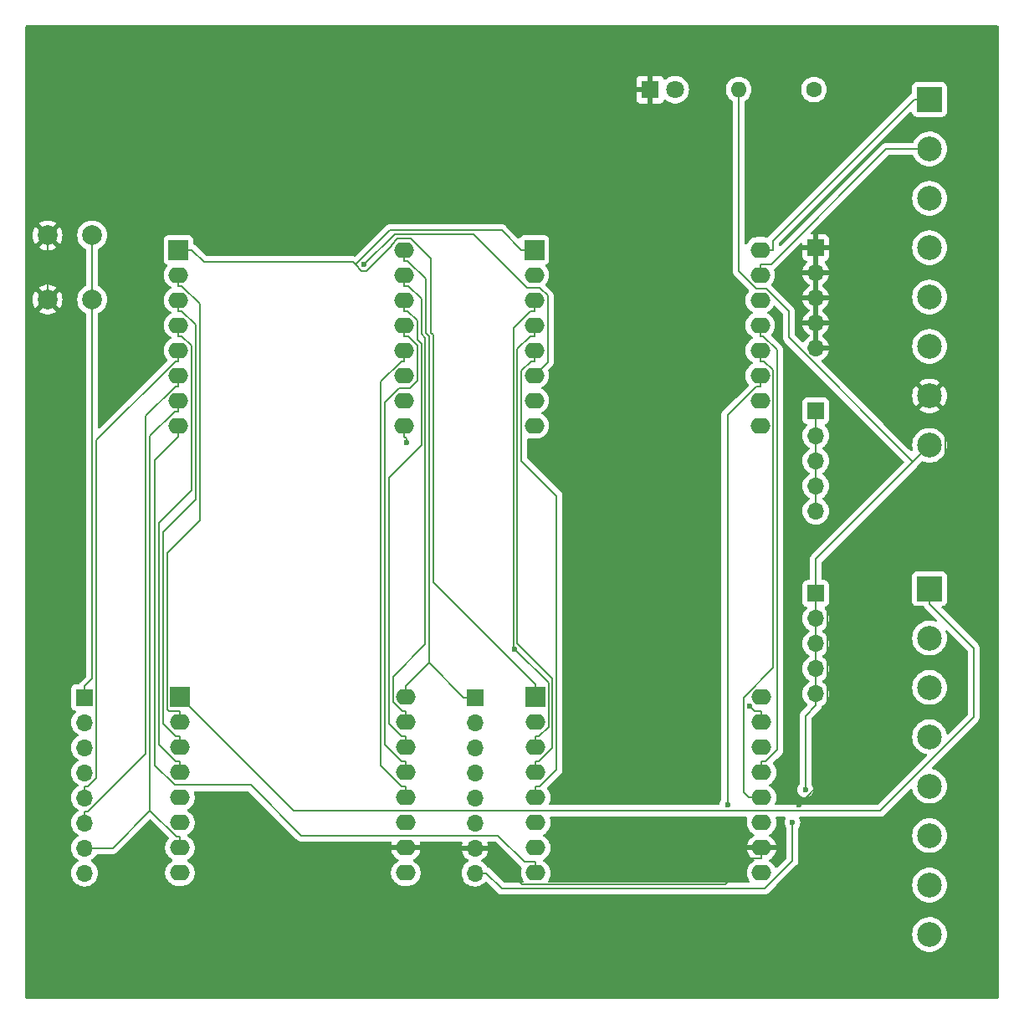
<source format=gbr>
%TF.GenerationSoftware,KiCad,Pcbnew,8.0.3*%
%TF.CreationDate,2024-07-29T20:38:44-07:00*%
%TF.ProjectId,First,46697273-742e-46b6-9963-61645f706362,rev?*%
%TF.SameCoordinates,Original*%
%TF.FileFunction,Copper,L2,Bot*%
%TF.FilePolarity,Positive*%
%FSLAX46Y46*%
G04 Gerber Fmt 4.6, Leading zero omitted, Abs format (unit mm)*
G04 Created by KiCad (PCBNEW 8.0.3) date 2024-07-29 20:38:44*
%MOMM*%
%LPD*%
G01*
G04 APERTURE LIST*
%TA.AperFunction,ComponentPad*%
%ADD10R,1.700000X1.700000*%
%TD*%
%TA.AperFunction,ComponentPad*%
%ADD11O,1.700000X1.700000*%
%TD*%
%TA.AperFunction,ComponentPad*%
%ADD12R,2.000000X2.000000*%
%TD*%
%TA.AperFunction,ComponentPad*%
%ADD13O,2.000000X1.600000*%
%TD*%
%TA.AperFunction,ComponentPad*%
%ADD14C,1.600000*%
%TD*%
%TA.AperFunction,ComponentPad*%
%ADD15O,1.600000X1.600000*%
%TD*%
%TA.AperFunction,ComponentPad*%
%ADD16R,2.500000X2.500000*%
%TD*%
%TA.AperFunction,ComponentPad*%
%ADD17C,2.500000*%
%TD*%
%TA.AperFunction,ComponentPad*%
%ADD18C,2.000000*%
%TD*%
%TA.AperFunction,ComponentPad*%
%ADD19R,1.800000X1.800000*%
%TD*%
%TA.AperFunction,ComponentPad*%
%ADD20C,1.800000*%
%TD*%
%TA.AperFunction,ViaPad*%
%ADD21C,0.600000*%
%TD*%
%TA.AperFunction,Conductor*%
%ADD22C,0.200000*%
%TD*%
G04 APERTURE END LIST*
D10*
%TO.P,J8,1,Pin_1*%
%TO.N,Net-(J2-Pin_8)*%
X181500000Y-111000000D03*
D11*
%TO.P,J8,2,Pin_2*%
X181500000Y-113540000D03*
%TO.P,J8,3,Pin_3*%
X181500000Y-116080000D03*
%TO.P,J8,4,Pin_4*%
X181500000Y-118620000D03*
%TO.P,J8,5,Pin_5*%
X181500000Y-121160000D03*
%TD*%
D12*
%TO.P,U4,1,~{RST}*%
%TO.N,Net-(U2-~{RST})*%
X153000000Y-76220000D03*
D13*
%TO.P,U4,2,A0*%
%TO.N,Net-(J1-Pin_2)*%
X153000000Y-78760000D03*
%TO.P,U4,3,D0*%
%TO.N,Net-(J1-Pin_3)*%
X153000000Y-81300000D03*
%TO.P,U4,4,SCK/D5*%
%TO.N,Net-(J1-Pin_4)*%
X153000000Y-83840000D03*
%TO.P,U4,5,MISO/D6*%
%TO.N,Net-(J1-Pin_5)*%
X153000000Y-86380000D03*
%TO.P,U4,6,MOSI/D7*%
%TO.N,Net-(J1-Pin_6)*%
X153000000Y-88920000D03*
%TO.P,U4,7,CS/D8*%
%TO.N,Net-(J1-Pin_7)*%
X153000000Y-91460000D03*
%TO.P,U4,8,3V3*%
%TO.N,Net-(U2-3V3)*%
X153000000Y-94000000D03*
%TO.P,U4,9,5V*%
%TO.N,Net-(U2-5V)*%
X175860000Y-94000000D03*
%TO.P,U4,10,GND*%
%TO.N,GND*%
X175860000Y-91460000D03*
%TO.P,U4,11,D4*%
%TO.N,Net-(J2-Pin_6)*%
X175860000Y-88920000D03*
%TO.P,U4,12,D3*%
%TO.N,Net-(J2-Pin_5)*%
X175860000Y-86380000D03*
%TO.P,U4,13,SDA/D2*%
%TO.N,Net-(J2-Pin_4)*%
X175860000Y-83840000D03*
%TO.P,U4,14,SCL/D1*%
%TO.N,Net-(J2-Pin_3)*%
X175860000Y-81300000D03*
%TO.P,U4,15,RX*%
%TO.N,Net-(J2-Pin_2)*%
X175860000Y-78760000D03*
%TO.P,U4,16,TX*%
%TO.N,Net-(J2-Pin_1)*%
X175860000Y-76220000D03*
%TD*%
D12*
%TO.P,U1,1,~{RST}*%
%TO.N,Net-(J1-Pin_1)*%
X117140000Y-121500000D03*
D13*
%TO.P,U1,2,A0*%
%TO.N,Net-(J1-Pin_2)*%
X117140000Y-124040000D03*
%TO.P,U1,3,D0*%
%TO.N,Net-(J1-Pin_3)*%
X117140000Y-126580000D03*
%TO.P,U1,4,SCK/D5*%
%TO.N,Net-(J1-Pin_4)*%
X117140000Y-129120000D03*
%TO.P,U1,5,MISO/D6*%
%TO.N,Net-(J1-Pin_5)*%
X117140000Y-131660000D03*
%TO.P,U1,6,MOSI/D7*%
%TO.N,Net-(J1-Pin_6)*%
X117140000Y-134200000D03*
%TO.P,U1,7,CS/D8*%
%TO.N,Net-(J1-Pin_7)*%
X117140000Y-136740000D03*
%TO.P,U1,8,3V3*%
%TO.N,Net-(J1-Pin_8)*%
X117140000Y-139280000D03*
%TO.P,U1,9,5V*%
%TO.N,Net-(J2-Pin_8)*%
X140000000Y-139280000D03*
%TO.P,U1,10,GND*%
%TO.N,GND*%
X140000000Y-136740000D03*
%TO.P,U1,11,D4*%
%TO.N,Net-(J2-Pin_6)*%
X140000000Y-134200000D03*
%TO.P,U1,12,D3*%
%TO.N,Net-(J2-Pin_5)*%
X140000000Y-131660000D03*
%TO.P,U1,13,SDA/D2*%
%TO.N,Net-(J2-Pin_4)*%
X140000000Y-129120000D03*
%TO.P,U1,14,SCL/D1*%
%TO.N,Net-(J2-Pin_3)*%
X140000000Y-126580000D03*
%TO.P,U1,15,RX*%
%TO.N,Net-(J2-Pin_2)*%
X140000000Y-124040000D03*
%TO.P,U1,16,TX*%
%TO.N,Net-(J2-Pin_1)*%
X140000000Y-121500000D03*
%TD*%
D14*
%TO.P,R1,1*%
%TO.N,Net-(D1-A)*%
X181310000Y-60000000D03*
D15*
%TO.P,R1,2*%
%TO.N,Net-(J2-Pin_8)*%
X173690000Y-60000000D03*
%TD*%
D16*
%TO.P,J4,1,Pin_1*%
%TO.N,Net-(J1-Pin_1)*%
X193000000Y-110500000D03*
D17*
%TO.P,J4,2,Pin_2*%
%TO.N,Net-(J1-Pin_2)*%
X193000000Y-115500000D03*
%TO.P,J4,3,Pin_3*%
%TO.N,Net-(J1-Pin_3)*%
X193000000Y-120500000D03*
%TO.P,J4,4,Pin_4*%
%TO.N,Net-(J1-Pin_4)*%
X193000000Y-125500000D03*
%TO.P,J4,5,Pin_5*%
%TO.N,Net-(J1-Pin_5)*%
X193000000Y-130500000D03*
%TO.P,J4,6,Pin_6*%
%TO.N,Net-(J1-Pin_6)*%
X193000000Y-135500000D03*
%TO.P,J4,7,Pin_7*%
%TO.N,Net-(J1-Pin_7)*%
X193000000Y-140500000D03*
%TO.P,J4,8,Pin_8*%
%TO.N,Net-(J1-Pin_8)*%
X193000000Y-145500000D03*
%TD*%
D16*
%TO.P,J3,1,Pin_1*%
%TO.N,Net-(J2-Pin_1)*%
X193000000Y-61000000D03*
D17*
%TO.P,J3,2,Pin_2*%
%TO.N,Net-(J2-Pin_2)*%
X193000000Y-66000000D03*
%TO.P,J3,3,Pin_3*%
%TO.N,Net-(J2-Pin_3)*%
X193000000Y-71000000D03*
%TO.P,J3,4,Pin_4*%
%TO.N,Net-(J2-Pin_4)*%
X193000000Y-76000000D03*
%TO.P,J3,5,Pin_5*%
%TO.N,Net-(J2-Pin_5)*%
X193000000Y-81000000D03*
%TO.P,J3,6,Pin_6*%
%TO.N,Net-(J2-Pin_6)*%
X193000000Y-86000000D03*
%TO.P,J3,7,Pin_7*%
%TO.N,GND*%
X193000000Y-91000000D03*
%TO.P,J3,8,Pin_8*%
%TO.N,Net-(J2-Pin_8)*%
X193000000Y-96000000D03*
%TD*%
D12*
%TO.P,U2,1,~{RST}*%
%TO.N,Net-(U2-~{RST})*%
X153140000Y-121500000D03*
D13*
%TO.P,U2,2,A0*%
%TO.N,Net-(J1-Pin_2)*%
X153140000Y-124040000D03*
%TO.P,U2,3,D0*%
%TO.N,Net-(J1-Pin_3)*%
X153140000Y-126580000D03*
%TO.P,U2,4,SCK/D5*%
%TO.N,Net-(J1-Pin_4)*%
X153140000Y-129120000D03*
%TO.P,U2,5,MISO/D6*%
%TO.N,Net-(J1-Pin_5)*%
X153140000Y-131660000D03*
%TO.P,U2,6,MOSI/D7*%
%TO.N,Net-(J1-Pin_6)*%
X153140000Y-134200000D03*
%TO.P,U2,7,CS/D8*%
%TO.N,Net-(J1-Pin_7)*%
X153140000Y-136740000D03*
%TO.P,U2,8,3V3*%
%TO.N,Net-(U2-3V3)*%
X153140000Y-139280000D03*
%TO.P,U2,9,5V*%
%TO.N,Net-(U2-5V)*%
X176000000Y-139280000D03*
%TO.P,U2,10,GND*%
%TO.N,GND*%
X176000000Y-136740000D03*
%TO.P,U2,11,D4*%
%TO.N,Net-(J2-Pin_6)*%
X176000000Y-134200000D03*
%TO.P,U2,12,D3*%
%TO.N,Net-(J2-Pin_5)*%
X176000000Y-131660000D03*
%TO.P,U2,13,SDA/D2*%
%TO.N,Net-(J2-Pin_4)*%
X176000000Y-129120000D03*
%TO.P,U2,14,SCL/D1*%
%TO.N,Net-(J2-Pin_3)*%
X176000000Y-126580000D03*
%TO.P,U2,15,RX*%
%TO.N,Net-(J2-Pin_2)*%
X176000000Y-124040000D03*
%TO.P,U2,16,TX*%
%TO.N,Net-(J2-Pin_1)*%
X176000000Y-121500000D03*
%TD*%
D10*
%TO.P,J2,1,Pin_1*%
%TO.N,Net-(J2-Pin_1)*%
X147000000Y-121515000D03*
D11*
%TO.P,J2,2,Pin_2*%
%TO.N,Net-(J2-Pin_2)*%
X147000000Y-124055000D03*
%TO.P,J2,3,Pin_3*%
%TO.N,Net-(J2-Pin_3)*%
X147000000Y-126595000D03*
%TO.P,J2,4,Pin_4*%
%TO.N,Net-(J2-Pin_4)*%
X147000000Y-129135000D03*
%TO.P,J2,5,Pin_5*%
%TO.N,Net-(J2-Pin_5)*%
X147000000Y-131675000D03*
%TO.P,J2,6,Pin_6*%
%TO.N,Net-(J2-Pin_6)*%
X147000000Y-134215000D03*
%TO.P,J2,7,Pin_7*%
%TO.N,GND*%
X147000000Y-136755000D03*
%TO.P,J2,8,Pin_8*%
%TO.N,Net-(J2-Pin_8)*%
X147000000Y-139295000D03*
%TD*%
D12*
%TO.P,U3,1,~{RST}*%
%TO.N,Net-(U2-~{RST})*%
X117000000Y-76220000D03*
D13*
%TO.P,U3,2,A0*%
%TO.N,Net-(J1-Pin_2)*%
X117000000Y-78760000D03*
%TO.P,U3,3,D0*%
%TO.N,Net-(J1-Pin_3)*%
X117000000Y-81300000D03*
%TO.P,U3,4,SCK/D5*%
%TO.N,Net-(J1-Pin_4)*%
X117000000Y-83840000D03*
%TO.P,U3,5,MISO/D6*%
%TO.N,Net-(J1-Pin_5)*%
X117000000Y-86380000D03*
%TO.P,U3,6,MOSI/D7*%
%TO.N,Net-(J1-Pin_6)*%
X117000000Y-88920000D03*
%TO.P,U3,7,CS/D8*%
%TO.N,Net-(J1-Pin_7)*%
X117000000Y-91460000D03*
%TO.P,U3,8,3V3*%
%TO.N,Net-(U2-3V3)*%
X117000000Y-94000000D03*
%TO.P,U3,9,5V*%
%TO.N,Net-(U2-5V)*%
X139860000Y-94000000D03*
%TO.P,U3,10,GND*%
%TO.N,GND*%
X139860000Y-91460000D03*
%TO.P,U3,11,D4*%
%TO.N,Net-(J2-Pin_6)*%
X139860000Y-88920000D03*
%TO.P,U3,12,D3*%
%TO.N,Net-(J2-Pin_5)*%
X139860000Y-86380000D03*
%TO.P,U3,13,SDA/D2*%
%TO.N,Net-(J2-Pin_4)*%
X139860000Y-83840000D03*
%TO.P,U3,14,SCL/D1*%
%TO.N,Net-(J2-Pin_3)*%
X139860000Y-81300000D03*
%TO.P,U3,15,RX*%
%TO.N,Net-(J2-Pin_2)*%
X139860000Y-78760000D03*
%TO.P,U3,16,TX*%
%TO.N,Net-(J2-Pin_1)*%
X139860000Y-76220000D03*
%TD*%
D10*
%TO.P,J1,1,Pin_1*%
%TO.N,Net-(J1-Pin_1)*%
X107500000Y-121515000D03*
D11*
%TO.P,J1,2,Pin_2*%
%TO.N,Net-(J1-Pin_2)*%
X107500000Y-124055000D03*
%TO.P,J1,3,Pin_3*%
%TO.N,Net-(J1-Pin_3)*%
X107500000Y-126595000D03*
%TO.P,J1,4,Pin_4*%
%TO.N,Net-(J1-Pin_4)*%
X107500000Y-129135000D03*
%TO.P,J1,5,Pin_5*%
%TO.N,Net-(J1-Pin_5)*%
X107500000Y-131675000D03*
%TO.P,J1,6,Pin_6*%
%TO.N,Net-(J1-Pin_6)*%
X107500000Y-134215000D03*
%TO.P,J1,7,Pin_7*%
%TO.N,Net-(J1-Pin_7)*%
X107500000Y-136755000D03*
%TO.P,J1,8,Pin_8*%
%TO.N,Net-(J1-Pin_8)*%
X107500000Y-139295000D03*
%TD*%
D18*
%TO.P,SW1,1,1*%
%TO.N,GND*%
X103750000Y-81250000D03*
X103750000Y-74750000D03*
%TO.P,SW1,2,2*%
%TO.N,Net-(J1-Pin_1)*%
X108250000Y-81250000D03*
X108250000Y-74750000D03*
%TD*%
D10*
%TO.P,J6,1,Pin_1*%
%TO.N,GND*%
X181500000Y-76000000D03*
D11*
%TO.P,J6,2,Pin_2*%
X181500000Y-78540000D03*
%TO.P,J6,3,Pin_3*%
X181500000Y-81080000D03*
%TO.P,J6,4,Pin_4*%
X181500000Y-83620000D03*
%TO.P,J6,5,Pin_5*%
X181500000Y-86160000D03*
%TD*%
D10*
%TO.P,J5,1,Pin_1*%
%TO.N,Net-(J1-Pin_8)*%
X181500000Y-92500000D03*
D11*
%TO.P,J5,2,Pin_2*%
X181500000Y-95040000D03*
%TO.P,J5,3,Pin_3*%
X181500000Y-97580000D03*
%TO.P,J5,4,Pin_4*%
X181500000Y-100120000D03*
%TO.P,J5,5,Pin_5*%
X181500000Y-102660000D03*
%TD*%
D19*
%TO.P,D1,1,K*%
%TO.N,GND*%
X164725000Y-60000000D03*
D20*
%TO.P,D1,2,A*%
%TO.N,Net-(D1-A)*%
X167265000Y-60000000D03*
%TD*%
D21*
%TO.N,Net-(U2-5V)*%
X140042800Y-95764700D03*
%TO.N,Net-(J2-Pin_8)*%
X179128400Y-134190500D03*
X180443500Y-130838100D03*
%TO.N,Net-(J2-Pin_2)*%
X174779500Y-122392200D03*
%TO.N,Net-(J2-Pin_6)*%
X172553300Y-132359400D03*
%TO.N,Net-(J1-Pin_3)*%
X151003000Y-116624400D03*
%TO.N,Net-(J1-Pin_6)*%
X135785000Y-77732600D03*
%TO.N,GND*%
X179765200Y-132388400D03*
%TD*%
D22*
%TO.N,Net-(U2-~{RST})*%
X153140000Y-121500000D02*
X153140000Y-120198300D01*
X153000000Y-76220000D02*
X151698300Y-76220000D01*
X117000000Y-76220000D02*
X118301700Y-76220000D01*
X138422300Y-74224800D02*
X134917400Y-77729700D01*
X149703100Y-74224800D02*
X138422300Y-74224800D01*
X151698300Y-76220000D02*
X149703100Y-74224800D01*
X134662100Y-77474500D02*
X134917400Y-77729700D01*
X119556200Y-77474500D02*
X134662100Y-77474500D01*
X118301700Y-76220000D02*
X119556200Y-77474500D01*
X135521900Y-78334300D02*
X134917400Y-77729700D01*
X136034200Y-78334300D02*
X135521900Y-78334300D01*
X138529900Y-75838600D02*
X136034200Y-78334300D01*
X138529900Y-75713900D02*
X138529900Y-75838600D01*
X139167300Y-75076500D02*
X138529900Y-75713900D01*
X140535600Y-75076500D02*
X139167300Y-75076500D01*
X142558500Y-77099400D02*
X140535600Y-75076500D01*
X142558500Y-84601900D02*
X142558500Y-77099400D01*
X142771200Y-84814600D02*
X142558500Y-84601900D01*
X142771200Y-109829500D02*
X142771200Y-84814600D01*
X153140000Y-120198300D02*
X142771200Y-109829500D01*
%TO.N,Net-(U2-3V3)*%
X117000000Y-94000000D02*
X117000000Y-95101700D01*
X153140000Y-139280000D02*
X153140000Y-138178300D01*
X152038300Y-138178300D02*
X153140000Y-138178300D01*
X149345000Y-135485000D02*
X152038300Y-138178300D01*
X129412700Y-135485000D02*
X149345000Y-135485000D01*
X124317700Y-130390000D02*
X129412700Y-135485000D01*
X116638200Y-130390000D02*
X124317700Y-130390000D01*
X114613700Y-128365500D02*
X116638200Y-130390000D01*
X114613700Y-97488000D02*
X114613700Y-128365500D01*
X117000000Y-95101700D02*
X114613700Y-97488000D01*
%TO.N,Net-(U2-5V)*%
X140042800Y-95284500D02*
X140042800Y-95764700D01*
X139860000Y-95101700D02*
X140042800Y-95284500D01*
X139860000Y-94000000D02*
X139860000Y-95101700D01*
%TO.N,Net-(J2-Pin_8)*%
X178755000Y-85067100D02*
X191344000Y-97656000D01*
X178755000Y-82404500D02*
X178755000Y-85067100D01*
X176500500Y-80150000D02*
X178755000Y-82404500D01*
X175436700Y-80150000D02*
X176500500Y-80150000D01*
X173690000Y-78403300D02*
X175436700Y-80150000D01*
X173690000Y-60000000D02*
X173690000Y-78403300D01*
X181500000Y-107500000D02*
X191344000Y-97656000D01*
X181500000Y-111000000D02*
X181500000Y-107500000D01*
X191344000Y-97656000D02*
X193000000Y-96000000D01*
X181500000Y-118620000D02*
X181500000Y-116080000D01*
X181500000Y-116080000D02*
X181500000Y-113540000D01*
X181500000Y-113540000D02*
X181500000Y-111000000D01*
X181500000Y-121160000D02*
X181500000Y-118620000D01*
X181500000Y-121160000D02*
X181500000Y-122311700D01*
X147000000Y-139295000D02*
X148151700Y-139295000D01*
X180443500Y-123368200D02*
X181500000Y-122311700D01*
X180443500Y-130838100D02*
X180443500Y-123368200D01*
X179128400Y-138028900D02*
X179128400Y-134190500D01*
X176312000Y-140845300D02*
X179128400Y-138028900D01*
X149702000Y-140845300D02*
X176312000Y-140845300D01*
X148151700Y-139295000D02*
X149702000Y-140845300D01*
%TO.N,Net-(J2-Pin_2)*%
X139860000Y-78760000D02*
X139860000Y-79861700D01*
X140000000Y-124040000D02*
X140000000Y-122938300D01*
X176000000Y-124040000D02*
X176000000Y-122938300D01*
X175325600Y-122938300D02*
X174779500Y-122392200D01*
X176000000Y-122938300D02*
X175325600Y-122938300D01*
X188620000Y-66000000D02*
X193000000Y-66000000D01*
X176961700Y-77658300D02*
X188620000Y-66000000D01*
X175860000Y-77658300D02*
X176961700Y-77658300D01*
X175860000Y-78760000D02*
X175860000Y-77658300D01*
X140273100Y-79861700D02*
X139860000Y-79861700D01*
X141571700Y-81160300D02*
X140273100Y-79861700D01*
X141571700Y-84751100D02*
X141571700Y-81160300D01*
X141967800Y-85147200D02*
X141571700Y-84751100D01*
X141967800Y-116120000D02*
X141967800Y-85147200D01*
X138696400Y-119391400D02*
X141967800Y-116120000D01*
X138696400Y-121960900D02*
X138696400Y-119391400D01*
X139673800Y-122938300D02*
X138696400Y-121960900D01*
X140000000Y-122938300D02*
X139673800Y-122938300D01*
%TO.N,Net-(J2-Pin_3)*%
X140188300Y-82401700D02*
X139860000Y-82401700D01*
X141165100Y-83378500D02*
X140188300Y-82401700D01*
X141165100Y-85319000D02*
X141165100Y-83378500D01*
X141564600Y-85718500D02*
X141165100Y-85319000D01*
X141564600Y-96007900D02*
X141564600Y-85718500D01*
X138279400Y-99293100D02*
X141564600Y-96007900D01*
X138279400Y-124170800D02*
X138279400Y-99293100D01*
X139586900Y-125478300D02*
X138279400Y-124170800D01*
X140000000Y-125478300D02*
X139586900Y-125478300D01*
X140000000Y-126580000D02*
X140000000Y-125478300D01*
X139860000Y-81300000D02*
X139860000Y-82401700D01*
%TO.N,Net-(J2-Pin_4)*%
X176000000Y-129120000D02*
X176000000Y-128018300D01*
X175860000Y-83840000D02*
X175860000Y-84941700D01*
X176188300Y-84941700D02*
X175860000Y-84941700D01*
X177599400Y-86352800D02*
X176188300Y-84941700D01*
X177599400Y-126832000D02*
X177599400Y-86352800D01*
X176413100Y-128018300D02*
X177599400Y-126832000D01*
X176000000Y-128018300D02*
X176413100Y-128018300D01*
X140000000Y-129120000D02*
X140000000Y-128018300D01*
X139860000Y-83840000D02*
X139860000Y-84941700D01*
X139586900Y-128018300D02*
X140000000Y-128018300D01*
X137862400Y-126293800D02*
X139586900Y-128018300D01*
X137862400Y-91669700D02*
X137862400Y-126293800D01*
X139342100Y-90190000D02*
X137862400Y-91669700D01*
X140453300Y-90190000D02*
X139342100Y-90190000D01*
X141162900Y-89480400D02*
X140453300Y-90190000D01*
X141162900Y-85890800D02*
X141162900Y-89480400D01*
X140213800Y-84941700D02*
X141162900Y-85890800D01*
X139860000Y-84941700D02*
X140213800Y-84941700D01*
%TO.N,Net-(J2-Pin_6)*%
X175860000Y-88920000D02*
X175860000Y-90021700D01*
X172553300Y-92915300D02*
X172553300Y-132359400D01*
X175446900Y-90021700D02*
X172553300Y-92915300D01*
X175860000Y-90021700D02*
X175446900Y-90021700D01*
%TO.N,Net-(J2-Pin_1)*%
X177161700Y-75286600D02*
X177161700Y-76220000D01*
X191448300Y-61000000D02*
X177161700Y-75286600D01*
X193000000Y-61000000D02*
X191448300Y-61000000D01*
X175860000Y-76220000D02*
X177161700Y-76220000D01*
X140000000Y-121500000D02*
X140000000Y-120398300D01*
X139860000Y-76220000D02*
X139860000Y-77321700D01*
X145848300Y-121507600D02*
X142369500Y-118028800D01*
X145848300Y-121515000D02*
X145848300Y-121507600D01*
X140000000Y-120398300D02*
X142369500Y-118028800D01*
X140188300Y-77321700D02*
X139860000Y-77321700D01*
X141989800Y-79123200D02*
X140188300Y-77321700D01*
X141989800Y-84601200D02*
X141989800Y-79123200D01*
X142369500Y-84980900D02*
X141989800Y-84601200D01*
X142369500Y-118028800D02*
X142369500Y-84980900D01*
X147000000Y-121515000D02*
X145848300Y-121515000D01*
%TO.N,Net-(J2-Pin_5)*%
X176000000Y-131660000D02*
X174698300Y-131660000D01*
X175860000Y-86380000D02*
X175860000Y-87481700D01*
X174171200Y-131132900D02*
X174698300Y-131660000D01*
X174171200Y-121519200D02*
X174171200Y-131132900D01*
X177180700Y-118509700D02*
X174171200Y-121519200D01*
X177180700Y-88389300D02*
X177180700Y-118509700D01*
X176273100Y-87481700D02*
X177180700Y-88389300D01*
X175860000Y-87481700D02*
X176273100Y-87481700D01*
X139531700Y-87481700D02*
X139860000Y-87481700D01*
X137455100Y-89558300D02*
X139531700Y-87481700D01*
X137455100Y-128426500D02*
X137455100Y-89558300D01*
X139586900Y-130558300D02*
X137455100Y-128426500D01*
X140000000Y-130558300D02*
X139586900Y-130558300D01*
X140000000Y-131660000D02*
X140000000Y-130558300D01*
X139860000Y-86380000D02*
X139860000Y-87481700D01*
%TO.N,Net-(J1-Pin_7)*%
X117000000Y-91460000D02*
X117000000Y-92561700D01*
X117140000Y-136740000D02*
X117140000Y-135638300D01*
X116814700Y-135638300D02*
X117140000Y-135638300D01*
X114129200Y-132952800D02*
X116814700Y-135638300D01*
X110327000Y-136755000D02*
X114129200Y-132952800D01*
X107500000Y-136755000D02*
X110327000Y-136755000D01*
X116586900Y-92561700D02*
X117000000Y-92561700D01*
X114129200Y-95019400D02*
X116586900Y-92561700D01*
X114129200Y-132952800D02*
X114129200Y-95019400D01*
%TO.N,Net-(J1-Pin_8)*%
X181500000Y-102660000D02*
X181500000Y-100120000D01*
X181500000Y-100120000D02*
X181500000Y-97580000D01*
X181500000Y-97580000D02*
X181500000Y-95040000D01*
X181500000Y-95040000D02*
X181500000Y-92500000D01*
%TO.N,Net-(J1-Pin_1)*%
X107500000Y-121515000D02*
X107500000Y-120363300D01*
X108250000Y-81250000D02*
X108250000Y-74750000D01*
X188000000Y-133000000D02*
X197468800Y-123531200D01*
X128640000Y-133000000D02*
X188000000Y-133000000D01*
X117140000Y-121500000D02*
X128640000Y-133000000D01*
X197468800Y-116520500D02*
X193000000Y-112051700D01*
X197468800Y-123531200D02*
X197468800Y-116520500D01*
X193000000Y-110500000D02*
X193000000Y-112051700D01*
X108250000Y-119613300D02*
X107500000Y-120363300D01*
X108250000Y-81250000D02*
X108250000Y-119613300D01*
%TO.N,Net-(J1-Pin_4)*%
X153000000Y-83840000D02*
X153000000Y-84941700D01*
X153140000Y-129120000D02*
X153140000Y-128018300D01*
X153468300Y-128018300D02*
X153140000Y-128018300D01*
X154843400Y-126643200D02*
X153468300Y-128018300D01*
X154843400Y-119613900D02*
X154843400Y-126643200D01*
X151296600Y-116067100D02*
X154843400Y-119613900D01*
X151296600Y-86265000D02*
X151296600Y-116067100D01*
X152619900Y-84941700D02*
X151296600Y-86265000D01*
X153000000Y-84941700D02*
X152619900Y-84941700D01*
X117140000Y-129120000D02*
X117140000Y-128018300D01*
X117000000Y-83840000D02*
X117000000Y-84941700D01*
X116726900Y-128018300D02*
X117140000Y-128018300D01*
X115015400Y-126306800D02*
X116726900Y-128018300D01*
X115015400Y-103831600D02*
X115015400Y-126306800D01*
X118318100Y-100528900D02*
X115015400Y-103831600D01*
X118318100Y-85931500D02*
X118318100Y-100528900D01*
X117328300Y-84941700D02*
X118318100Y-85931500D01*
X117000000Y-84941700D02*
X117328300Y-84941700D01*
%TO.N,Net-(J1-Pin_5)*%
X153140000Y-131660000D02*
X153140000Y-130558300D01*
X153000000Y-86380000D02*
X153000000Y-87481700D01*
X153553100Y-130558300D02*
X153140000Y-130558300D01*
X155245100Y-128866300D02*
X153553100Y-130558300D01*
X155245100Y-101109100D02*
X155245100Y-128866300D01*
X151698300Y-97562300D02*
X155245100Y-101109100D01*
X151698300Y-88455100D02*
X151698300Y-97562300D01*
X152671700Y-87481700D02*
X151698300Y-88455100D01*
X153000000Y-87481700D02*
X152671700Y-87481700D01*
X116671700Y-87481700D02*
X117000000Y-87481700D01*
X108651700Y-95501700D02*
X116671700Y-87481700D01*
X108651700Y-129659600D02*
X108651700Y-95501700D01*
X107788000Y-130523300D02*
X108651700Y-129659600D01*
X107500000Y-130523300D02*
X107788000Y-130523300D01*
X107500000Y-131675000D02*
X107500000Y-130523300D01*
X117000000Y-86380000D02*
X117000000Y-87481700D01*
%TO.N,Net-(J1-Pin_3)*%
X153000000Y-81300000D02*
X153000000Y-82401700D01*
X153140000Y-126580000D02*
X153140000Y-125478300D01*
X153468300Y-125478300D02*
X153140000Y-125478300D01*
X154441700Y-124504900D02*
X153468300Y-125478300D01*
X154441700Y-120063100D02*
X154441700Y-124504900D01*
X151003000Y-116624400D02*
X154441700Y-120063100D01*
X150875500Y-116496900D02*
X151003000Y-116624400D01*
X150875500Y-84113100D02*
X150875500Y-116496900D01*
X152586900Y-82401700D02*
X150875500Y-84113100D01*
X153000000Y-82401700D02*
X152586900Y-82401700D01*
X117328300Y-82401700D02*
X117000000Y-82401700D01*
X118749300Y-83822700D02*
X117328300Y-82401700D01*
X118749300Y-101456500D02*
X118749300Y-83822700D01*
X115417100Y-104788700D02*
X118749300Y-101456500D01*
X115417100Y-124149400D02*
X115417100Y-104788700D01*
X116746000Y-125478300D02*
X115417100Y-124149400D01*
X117140000Y-125478300D02*
X116746000Y-125478300D01*
X117140000Y-126580000D02*
X117140000Y-125478300D01*
X117000000Y-81300000D02*
X117000000Y-82401700D01*
%TO.N,Net-(J1-Pin_6)*%
X107500000Y-134215000D02*
X107500000Y-133063300D01*
X117000000Y-88920000D02*
X117000000Y-90021700D01*
X154351800Y-87568200D02*
X153000000Y-88920000D01*
X154351800Y-80842900D02*
X154351800Y-87568200D01*
X153538900Y-80030000D02*
X154351800Y-80842900D01*
X152270000Y-80030000D02*
X153538900Y-80030000D01*
X146890600Y-74650600D02*
X152270000Y-80030000D01*
X138867000Y-74650600D02*
X146890600Y-74650600D01*
X135785000Y-77732600D02*
X138867000Y-74650600D01*
X116677700Y-90021700D02*
X117000000Y-90021700D01*
X113652300Y-93047100D02*
X116677700Y-90021700D01*
X113652300Y-127198900D02*
X113652300Y-93047100D01*
X107787900Y-133063300D02*
X113652300Y-127198900D01*
X107500000Y-133063300D02*
X107787900Y-133063300D01*
%TO.N,Net-(J1-Pin_2)*%
X117140000Y-124040000D02*
X117140000Y-122938300D01*
X117000000Y-78760000D02*
X117000000Y-79861700D01*
X117328300Y-79861700D02*
X117000000Y-79861700D01*
X119151000Y-81684400D02*
X117328300Y-79861700D01*
X119151000Y-103576600D02*
X119151000Y-81684400D01*
X115838300Y-106889300D02*
X119151000Y-103576600D01*
X115838300Y-122738300D02*
X115838300Y-106889300D01*
X116038300Y-122938300D02*
X115838300Y-122738300D01*
X117140000Y-122938300D02*
X116038300Y-122938300D01*
%TO.N,GND*%
X103750000Y-74750000D02*
X103750000Y-81250000D01*
X181500000Y-83620000D02*
X181500000Y-81080000D01*
X181500000Y-81080000D02*
X181500000Y-78540000D01*
X181500000Y-78540000D02*
X181500000Y-76000000D01*
X181500000Y-86160000D02*
X181500000Y-83620000D01*
X151802400Y-140405700D02*
X148151700Y-136755000D01*
X172334300Y-140405700D02*
X151802400Y-140405700D01*
X174898300Y-137841700D02*
X172334300Y-140405700D01*
X176000000Y-137841700D02*
X174898300Y-137841700D01*
X176000000Y-136740000D02*
X176000000Y-137841700D01*
X147000000Y-136755000D02*
X148151700Y-136755000D01*
X188160000Y-86160000D02*
X193000000Y-91000000D01*
X181500000Y-86160000D02*
X188160000Y-86160000D01*
X182690400Y-129463200D02*
X179765200Y-132388400D01*
X182690400Y-112303800D02*
X182690400Y-129463200D01*
X194600300Y-100393900D02*
X182690400Y-112303800D01*
X194600300Y-92600300D02*
X194600300Y-100393900D01*
X193000000Y-91000000D02*
X194600300Y-92600300D01*
%TD*%
%TA.AperFunction,Conductor*%
%TO.N,GND*%
G36*
X149111942Y-136105185D02*
G01*
X149132584Y-136121819D01*
X151553439Y-138542674D01*
X151553449Y-138542685D01*
X151557779Y-138547015D01*
X151557780Y-138547016D01*
X151669584Y-138658820D01*
X151670887Y-138659572D01*
X151671766Y-138660494D01*
X151676035Y-138663770D01*
X151675524Y-138664435D01*
X151719102Y-138710137D01*
X151732327Y-138778744D01*
X151726819Y-138805278D01*
X151671523Y-138975461D01*
X151671523Y-138975464D01*
X151639500Y-139177648D01*
X151639500Y-139382351D01*
X151671522Y-139584534D01*
X151734781Y-139779223D01*
X151827715Y-139961613D01*
X151890416Y-140047915D01*
X151913896Y-140113721D01*
X151898070Y-140181775D01*
X151847964Y-140230470D01*
X151790098Y-140244800D01*
X150002097Y-140244800D01*
X149935058Y-140225115D01*
X149914416Y-140208481D01*
X148639290Y-138933355D01*
X148639288Y-138933352D01*
X148520417Y-138814481D01*
X148520416Y-138814480D01*
X148433604Y-138764360D01*
X148433604Y-138764359D01*
X148433600Y-138764358D01*
X148416112Y-138754260D01*
X148383486Y-138735423D01*
X148262994Y-138703137D01*
X148203334Y-138666771D01*
X148182708Y-138635768D01*
X148174038Y-138617176D01*
X148174034Y-138617169D01*
X148038494Y-138423597D01*
X147871402Y-138256506D01*
X147871401Y-138256505D01*
X147685405Y-138126269D01*
X147641781Y-138071692D01*
X147634588Y-138002193D01*
X147666110Y-137939839D01*
X147685405Y-137923119D01*
X147871082Y-137793105D01*
X148038105Y-137626082D01*
X148173600Y-137432578D01*
X148273429Y-137218492D01*
X148273432Y-137218486D01*
X148330636Y-137005000D01*
X147433012Y-137005000D01*
X147465925Y-136947993D01*
X147500000Y-136820826D01*
X147500000Y-136689174D01*
X147465925Y-136562007D01*
X147433012Y-136505000D01*
X148330636Y-136505000D01*
X148330635Y-136504999D01*
X148273432Y-136291513D01*
X148273430Y-136291507D01*
X148259626Y-136261905D01*
X148249134Y-136192828D01*
X148277653Y-136129044D01*
X148336130Y-136090804D01*
X148372008Y-136085500D01*
X149044903Y-136085500D01*
X149111942Y-136105185D01*
G37*
%TD.AperFunction*%
%TA.AperFunction,Conductor*%
G36*
X174523731Y-133620185D02*
G01*
X174569486Y-133672989D01*
X174579430Y-133742147D01*
X174574623Y-133762819D01*
X174531522Y-133895465D01*
X174499500Y-134097648D01*
X174499500Y-134302351D01*
X174531522Y-134504534D01*
X174594781Y-134699223D01*
X174687715Y-134881613D01*
X174808028Y-135047213D01*
X174952786Y-135191971D01*
X175107749Y-135304556D01*
X175118390Y-135312287D01*
X175190424Y-135348990D01*
X175211629Y-135359795D01*
X175262425Y-135407770D01*
X175279220Y-135475591D01*
X175256682Y-135541726D01*
X175211629Y-135580765D01*
X175118650Y-135628140D01*
X174953105Y-135748417D01*
X174953104Y-135748417D01*
X174808417Y-135893104D01*
X174808417Y-135893105D01*
X174688140Y-136058650D01*
X174595244Y-136240970D01*
X174532009Y-136435586D01*
X174523391Y-136490000D01*
X175566988Y-136490000D01*
X175534075Y-136547007D01*
X175500000Y-136674174D01*
X175500000Y-136805826D01*
X175534075Y-136932993D01*
X175566988Y-136990000D01*
X174523391Y-136990000D01*
X174532009Y-137044413D01*
X174595244Y-137239029D01*
X174688140Y-137421349D01*
X174808417Y-137586894D01*
X174808417Y-137586895D01*
X174953104Y-137731582D01*
X175118652Y-137851861D01*
X175211628Y-137899234D01*
X175262425Y-137947208D01*
X175279220Y-138015029D01*
X175256683Y-138081164D01*
X175211630Y-138120203D01*
X175118388Y-138167713D01*
X174952786Y-138288028D01*
X174808028Y-138432786D01*
X174687715Y-138598386D01*
X174594781Y-138780776D01*
X174531522Y-138975465D01*
X174499500Y-139177648D01*
X174499500Y-139382351D01*
X174531522Y-139584534D01*
X174594781Y-139779223D01*
X174687715Y-139961613D01*
X174750416Y-140047915D01*
X174773896Y-140113721D01*
X174758070Y-140181775D01*
X174707964Y-140230470D01*
X174650098Y-140244800D01*
X154489902Y-140244800D01*
X154422863Y-140225115D01*
X154377108Y-140172311D01*
X154367164Y-140103153D01*
X154389584Y-140047915D01*
X154437039Y-139982597D01*
X154452287Y-139961610D01*
X154545220Y-139779219D01*
X154608477Y-139584534D01*
X154640500Y-139382352D01*
X154640500Y-139177648D01*
X154621802Y-139059596D01*
X154608477Y-138975465D01*
X154579127Y-138885137D01*
X154545220Y-138780781D01*
X154545218Y-138780778D01*
X154545218Y-138780776D01*
X154487129Y-138666771D01*
X154452287Y-138598390D01*
X154414960Y-138547013D01*
X154331971Y-138432786D01*
X154187213Y-138288028D01*
X154021614Y-138167715D01*
X154015006Y-138164348D01*
X153928917Y-138120483D01*
X153878123Y-138072511D01*
X153861328Y-138004690D01*
X153883865Y-137938555D01*
X153928917Y-137899516D01*
X154021610Y-137852287D01*
X154042770Y-137836913D01*
X154187213Y-137731971D01*
X154187215Y-137731968D01*
X154187219Y-137731966D01*
X154331966Y-137587219D01*
X154331968Y-137587215D01*
X154331971Y-137587213D01*
X154444132Y-137432834D01*
X154452287Y-137421610D01*
X154545220Y-137239219D01*
X154608477Y-137044534D01*
X154640500Y-136842352D01*
X154640500Y-136637648D01*
X154608477Y-136435465D01*
X154561649Y-136291344D01*
X154545220Y-136240781D01*
X154545218Y-136240778D01*
X154545218Y-136240776D01*
X154503035Y-136157989D01*
X154452287Y-136058390D01*
X154414962Y-136007016D01*
X154331971Y-135892786D01*
X154187213Y-135748028D01*
X154021614Y-135627715D01*
X154015006Y-135624348D01*
X153928917Y-135580483D01*
X153878123Y-135532511D01*
X153861328Y-135464690D01*
X153883865Y-135398555D01*
X153928917Y-135359516D01*
X154021610Y-135312287D01*
X154102534Y-135253493D01*
X154187213Y-135191971D01*
X154187215Y-135191968D01*
X154187219Y-135191966D01*
X154331966Y-135047219D01*
X154331968Y-135047215D01*
X154331971Y-135047213D01*
X154450187Y-134884500D01*
X154452287Y-134881610D01*
X154545220Y-134699219D01*
X154608477Y-134504534D01*
X154640500Y-134302352D01*
X154640500Y-134097648D01*
X154621802Y-133979596D01*
X154608477Y-133895465D01*
X154565377Y-133762819D01*
X154563382Y-133692977D01*
X154599462Y-133633144D01*
X154662163Y-133602316D01*
X154683308Y-133600500D01*
X174456692Y-133600500D01*
X174523731Y-133620185D01*
G37*
%TD.AperFunction*%
%TA.AperFunction,Conductor*%
G36*
X178396391Y-133620185D02*
G01*
X178442146Y-133672989D01*
X178452090Y-133742147D01*
X178434346Y-133790472D01*
X178402611Y-133840977D01*
X178343031Y-134011245D01*
X178343030Y-134011250D01*
X178322835Y-134190496D01*
X178322835Y-134190503D01*
X178343030Y-134369749D01*
X178343031Y-134369754D01*
X178402611Y-134540023D01*
X178462915Y-134635996D01*
X178489722Y-134678659D01*
X178498585Y-134692763D01*
X178500845Y-134695597D01*
X178501734Y-134697775D01*
X178502289Y-134698658D01*
X178502134Y-134698755D01*
X178527255Y-134760283D01*
X178527900Y-134772912D01*
X178527900Y-137728802D01*
X178508215Y-137795841D01*
X178491581Y-137816483D01*
X177567104Y-138740959D01*
X177505781Y-138774444D01*
X177436089Y-138769460D01*
X177380156Y-138727588D01*
X177368938Y-138709573D01*
X177347129Y-138666771D01*
X177312287Y-138598390D01*
X177274960Y-138547013D01*
X177191971Y-138432786D01*
X177047213Y-138288028D01*
X176881611Y-138167713D01*
X176788369Y-138120203D01*
X176737574Y-138072229D01*
X176720779Y-138004407D01*
X176743317Y-137938273D01*
X176788371Y-137899234D01*
X176881347Y-137851861D01*
X177046894Y-137731582D01*
X177046895Y-137731582D01*
X177191582Y-137586895D01*
X177191582Y-137586894D01*
X177311859Y-137421349D01*
X177404755Y-137239029D01*
X177467990Y-137044413D01*
X177476609Y-136990000D01*
X176433012Y-136990000D01*
X176465925Y-136932993D01*
X176500000Y-136805826D01*
X176500000Y-136674174D01*
X176465925Y-136547007D01*
X176433012Y-136490000D01*
X177476609Y-136490000D01*
X177467990Y-136435586D01*
X177404755Y-136240970D01*
X177311859Y-136058650D01*
X177191582Y-135893105D01*
X177191582Y-135893104D01*
X177046895Y-135748417D01*
X176881349Y-135628140D01*
X176788370Y-135580765D01*
X176737574Y-135532790D01*
X176720779Y-135464969D01*
X176743316Y-135398835D01*
X176788370Y-135359795D01*
X176788920Y-135359515D01*
X176881610Y-135312287D01*
X176962534Y-135253493D01*
X177047213Y-135191971D01*
X177047215Y-135191968D01*
X177047219Y-135191966D01*
X177191966Y-135047219D01*
X177191968Y-135047215D01*
X177191971Y-135047213D01*
X177310187Y-134884500D01*
X177312287Y-134881610D01*
X177405220Y-134699219D01*
X177468477Y-134504534D01*
X177500500Y-134302352D01*
X177500500Y-134097648D01*
X177481802Y-133979596D01*
X177468477Y-133895465D01*
X177425377Y-133762819D01*
X177423382Y-133692977D01*
X177459462Y-133633144D01*
X177522163Y-133602316D01*
X177543308Y-133600500D01*
X178329352Y-133600500D01*
X178396391Y-133620185D01*
G37*
%TD.AperFunction*%
%TA.AperFunction,Conductor*%
G36*
X181750000Y-85726988D02*
G01*
X181692993Y-85694075D01*
X181565826Y-85660000D01*
X181434174Y-85660000D01*
X181307007Y-85694075D01*
X181250000Y-85726988D01*
X181250000Y-84053012D01*
X181307007Y-84085925D01*
X181434174Y-84120000D01*
X181565826Y-84120000D01*
X181692993Y-84085925D01*
X181750000Y-84053012D01*
X181750000Y-85726988D01*
G37*
%TD.AperFunction*%
%TA.AperFunction,Conductor*%
G36*
X180069334Y-75502414D02*
G01*
X180125267Y-75544286D01*
X180149684Y-75609750D01*
X180150000Y-75618596D01*
X180150000Y-75750000D01*
X181066988Y-75750000D01*
X181034075Y-75807007D01*
X181000000Y-75934174D01*
X181000000Y-76065826D01*
X181034075Y-76192993D01*
X181066988Y-76250000D01*
X180150000Y-76250000D01*
X180150000Y-76897844D01*
X180156401Y-76957372D01*
X180156403Y-76957379D01*
X180206645Y-77092086D01*
X180206649Y-77092093D01*
X180292809Y-77207187D01*
X180292812Y-77207190D01*
X180407906Y-77293350D01*
X180407913Y-77293354D01*
X180539986Y-77342614D01*
X180595920Y-77384485D01*
X180620337Y-77449949D01*
X180605486Y-77518222D01*
X180584335Y-77546477D01*
X180461886Y-77668926D01*
X180326400Y-77862420D01*
X180326399Y-77862422D01*
X180226570Y-78076507D01*
X180226567Y-78076513D01*
X180169364Y-78289999D01*
X180169364Y-78290000D01*
X181066988Y-78290000D01*
X181034075Y-78347007D01*
X181000000Y-78474174D01*
X181000000Y-78605826D01*
X181034075Y-78732993D01*
X181066988Y-78790000D01*
X180169364Y-78790000D01*
X180226567Y-79003486D01*
X180226570Y-79003492D01*
X180326399Y-79217578D01*
X180461894Y-79411082D01*
X180628917Y-79578105D01*
X180815031Y-79708425D01*
X180858656Y-79763003D01*
X180865848Y-79832501D01*
X180834326Y-79894856D01*
X180815031Y-79911575D01*
X180628922Y-80041890D01*
X180628920Y-80041891D01*
X180461891Y-80208920D01*
X180461886Y-80208926D01*
X180326400Y-80402420D01*
X180326399Y-80402422D01*
X180226570Y-80616507D01*
X180226567Y-80616513D01*
X180169364Y-80829999D01*
X180169364Y-80830000D01*
X181066988Y-80830000D01*
X181034075Y-80887007D01*
X181000000Y-81014174D01*
X181000000Y-81145826D01*
X181034075Y-81272993D01*
X181066988Y-81330000D01*
X180169364Y-81330000D01*
X180226567Y-81543486D01*
X180226570Y-81543492D01*
X180326399Y-81757578D01*
X180461894Y-81951082D01*
X180628917Y-82118105D01*
X180815031Y-82248425D01*
X180858656Y-82303003D01*
X180865848Y-82372501D01*
X180834326Y-82434856D01*
X180815031Y-82451575D01*
X180628922Y-82581890D01*
X180628920Y-82581891D01*
X180461891Y-82748920D01*
X180461886Y-82748926D01*
X180326400Y-82942420D01*
X180326399Y-82942422D01*
X180226570Y-83156507D01*
X180226567Y-83156513D01*
X180169364Y-83369999D01*
X180169364Y-83370000D01*
X181066988Y-83370000D01*
X181034075Y-83427007D01*
X181000000Y-83554174D01*
X181000000Y-83685826D01*
X181034075Y-83812993D01*
X181066988Y-83870000D01*
X180169364Y-83870000D01*
X180226567Y-84083486D01*
X180226570Y-84083492D01*
X180326399Y-84297578D01*
X180461894Y-84491082D01*
X180628917Y-84658105D01*
X180815031Y-84788425D01*
X180858656Y-84843003D01*
X180865848Y-84912501D01*
X180834326Y-84974856D01*
X180815031Y-84991575D01*
X180628922Y-85121890D01*
X180628920Y-85121891D01*
X180461891Y-85288920D01*
X180461886Y-85288926D01*
X180326401Y-85482419D01*
X180303663Y-85531181D01*
X180257490Y-85583620D01*
X180190296Y-85602771D01*
X180123415Y-85582555D01*
X180103600Y-85566457D01*
X179391819Y-84854681D01*
X179358334Y-84793358D01*
X179355500Y-84766999D01*
X179355500Y-82325445D01*
X179355500Y-82325443D01*
X179314577Y-82172716D01*
X179302382Y-82151593D01*
X179235524Y-82035790D01*
X179235521Y-82035786D01*
X179235520Y-82035784D01*
X179123716Y-81923980D01*
X179123715Y-81923979D01*
X179119385Y-81919649D01*
X179119374Y-81919639D01*
X177017141Y-79817406D01*
X176983656Y-79756083D01*
X176988640Y-79686391D01*
X177017141Y-79642044D01*
X177031618Y-79627567D01*
X177051966Y-79607219D01*
X177051968Y-79607215D01*
X177051971Y-79607213D01*
X177112028Y-79524550D01*
X177172287Y-79441610D01*
X177265220Y-79259219D01*
X177328477Y-79064534D01*
X177360500Y-78862352D01*
X177360500Y-78657648D01*
X177328477Y-78455466D01*
X177273178Y-78285276D01*
X177271184Y-78215438D01*
X177307264Y-78155605D01*
X177329109Y-78139574D01*
X177330416Y-78138820D01*
X177442220Y-78027016D01*
X177442220Y-78027014D01*
X177452428Y-78016807D01*
X177452429Y-78016804D01*
X179938319Y-75530914D01*
X179999642Y-75497430D01*
X180069334Y-75502414D01*
G37*
%TD.AperFunction*%
%TA.AperFunction,Conductor*%
G36*
X181750000Y-83186988D02*
G01*
X181692993Y-83154075D01*
X181565826Y-83120000D01*
X181434174Y-83120000D01*
X181307007Y-83154075D01*
X181250000Y-83186988D01*
X181250000Y-81513012D01*
X181307007Y-81545925D01*
X181434174Y-81580000D01*
X181565826Y-81580000D01*
X181692993Y-81545925D01*
X181750000Y-81513012D01*
X181750000Y-83186988D01*
G37*
%TD.AperFunction*%
%TA.AperFunction,Conductor*%
G36*
X181750000Y-80646988D02*
G01*
X181692993Y-80614075D01*
X181565826Y-80580000D01*
X181434174Y-80580000D01*
X181307007Y-80614075D01*
X181250000Y-80646988D01*
X181250000Y-78973012D01*
X181307007Y-79005925D01*
X181434174Y-79040000D01*
X181565826Y-79040000D01*
X181692993Y-79005925D01*
X181750000Y-78973012D01*
X181750000Y-80646988D01*
G37*
%TD.AperFunction*%
%TA.AperFunction,Conductor*%
G36*
X181750000Y-78106988D02*
G01*
X181692993Y-78074075D01*
X181565826Y-78040000D01*
X181434174Y-78040000D01*
X181307007Y-78074075D01*
X181250000Y-78106988D01*
X181250000Y-76433012D01*
X181307007Y-76465925D01*
X181434174Y-76500000D01*
X181565826Y-76500000D01*
X181692993Y-76465925D01*
X181750000Y-76433012D01*
X181750000Y-78106988D01*
G37*
%TD.AperFunction*%
%TA.AperFunction,Conductor*%
G36*
X199942539Y-53520185D02*
G01*
X199988294Y-53572989D01*
X199999500Y-53624500D01*
X199999500Y-151875500D01*
X199979815Y-151942539D01*
X199927011Y-151988294D01*
X199875500Y-151999500D01*
X101624500Y-151999500D01*
X101557461Y-151979815D01*
X101511706Y-151927011D01*
X101500500Y-151875500D01*
X101500500Y-145499995D01*
X191244592Y-145499995D01*
X191244592Y-145500004D01*
X191264196Y-145761620D01*
X191264197Y-145761625D01*
X191322576Y-146017402D01*
X191322578Y-146017411D01*
X191322580Y-146017416D01*
X191418432Y-146261643D01*
X191549614Y-146488857D01*
X191681736Y-146654533D01*
X191713198Y-146693985D01*
X191894753Y-146862441D01*
X191905521Y-146872433D01*
X192122296Y-147020228D01*
X192122301Y-147020230D01*
X192122302Y-147020231D01*
X192122303Y-147020232D01*
X192247843Y-147080688D01*
X192358673Y-147134061D01*
X192358674Y-147134061D01*
X192358677Y-147134063D01*
X192609385Y-147211396D01*
X192868818Y-147250500D01*
X193131182Y-147250500D01*
X193390615Y-147211396D01*
X193641323Y-147134063D01*
X193877704Y-147020228D01*
X194094479Y-146872433D01*
X194286805Y-146693981D01*
X194450386Y-146488857D01*
X194581568Y-146261643D01*
X194677420Y-146017416D01*
X194735802Y-145761630D01*
X194755408Y-145500000D01*
X194735802Y-145238370D01*
X194677420Y-144982584D01*
X194581568Y-144738357D01*
X194450386Y-144511143D01*
X194286805Y-144306019D01*
X194286804Y-144306018D01*
X194286801Y-144306014D01*
X194094479Y-144127567D01*
X193877704Y-143979772D01*
X193877700Y-143979770D01*
X193877697Y-143979768D01*
X193877696Y-143979767D01*
X193641325Y-143865938D01*
X193641327Y-143865938D01*
X193390623Y-143788606D01*
X193390619Y-143788605D01*
X193390615Y-143788604D01*
X193265823Y-143769794D01*
X193131187Y-143749500D01*
X193131182Y-143749500D01*
X192868818Y-143749500D01*
X192868812Y-143749500D01*
X192707247Y-143773853D01*
X192609385Y-143788604D01*
X192609382Y-143788605D01*
X192609376Y-143788606D01*
X192358673Y-143865938D01*
X192122303Y-143979767D01*
X192122302Y-143979768D01*
X191905520Y-144127567D01*
X191713198Y-144306014D01*
X191549614Y-144511143D01*
X191418432Y-144738356D01*
X191322582Y-144982578D01*
X191322576Y-144982597D01*
X191264197Y-145238374D01*
X191264196Y-145238379D01*
X191244592Y-145499995D01*
X101500500Y-145499995D01*
X101500500Y-124054999D01*
X106144341Y-124054999D01*
X106144341Y-124055000D01*
X106164936Y-124290403D01*
X106164938Y-124290413D01*
X106226094Y-124518655D01*
X106226096Y-124518659D01*
X106226097Y-124518663D01*
X106320733Y-124721610D01*
X106325965Y-124732830D01*
X106325967Y-124732834D01*
X106461501Y-124926395D01*
X106461506Y-124926402D01*
X106628597Y-125093493D01*
X106628603Y-125093498D01*
X106814158Y-125223425D01*
X106857783Y-125278002D01*
X106864977Y-125347500D01*
X106833454Y-125409855D01*
X106814158Y-125426575D01*
X106628597Y-125556505D01*
X106461505Y-125723597D01*
X106325965Y-125917169D01*
X106325964Y-125917171D01*
X106226098Y-126131335D01*
X106226094Y-126131344D01*
X106164938Y-126359586D01*
X106164936Y-126359596D01*
X106144341Y-126594999D01*
X106144341Y-126595000D01*
X106164936Y-126830403D01*
X106164938Y-126830413D01*
X106226094Y-127058655D01*
X106226096Y-127058659D01*
X106226097Y-127058663D01*
X106297317Y-127211395D01*
X106325965Y-127272830D01*
X106325967Y-127272834D01*
X106461501Y-127466395D01*
X106461506Y-127466402D01*
X106628597Y-127633493D01*
X106628603Y-127633498D01*
X106814158Y-127763425D01*
X106857783Y-127818002D01*
X106864977Y-127887500D01*
X106833454Y-127949855D01*
X106814158Y-127966575D01*
X106628597Y-128096505D01*
X106461505Y-128263597D01*
X106325965Y-128457169D01*
X106325964Y-128457171D01*
X106226098Y-128671335D01*
X106226094Y-128671344D01*
X106164938Y-128899586D01*
X106164936Y-128899596D01*
X106144341Y-129134999D01*
X106144341Y-129135000D01*
X106164936Y-129370403D01*
X106164938Y-129370413D01*
X106226094Y-129598655D01*
X106226096Y-129598659D01*
X106226097Y-129598663D01*
X106291378Y-129738658D01*
X106325965Y-129812830D01*
X106325967Y-129812834D01*
X106461501Y-130006395D01*
X106461506Y-130006402D01*
X106628597Y-130173493D01*
X106628603Y-130173498D01*
X106814158Y-130303425D01*
X106857783Y-130358002D01*
X106864977Y-130427500D01*
X106833454Y-130489855D01*
X106814158Y-130506575D01*
X106628597Y-130636505D01*
X106461505Y-130803597D01*
X106325965Y-130997169D01*
X106325964Y-130997171D01*
X106226098Y-131211335D01*
X106226094Y-131211344D01*
X106164938Y-131439586D01*
X106164936Y-131439596D01*
X106144341Y-131674999D01*
X106144341Y-131675000D01*
X106164936Y-131910403D01*
X106164938Y-131910413D01*
X106226094Y-132138655D01*
X106226096Y-132138659D01*
X106226097Y-132138663D01*
X106282911Y-132260501D01*
X106325965Y-132352830D01*
X106325967Y-132352834D01*
X106461501Y-132546395D01*
X106461506Y-132546402D01*
X106628597Y-132713493D01*
X106628603Y-132713498D01*
X106814158Y-132843425D01*
X106857783Y-132898002D01*
X106864977Y-132967500D01*
X106833454Y-133029855D01*
X106814158Y-133046575D01*
X106628597Y-133176505D01*
X106461505Y-133343597D01*
X106325965Y-133537169D01*
X106325964Y-133537171D01*
X106226098Y-133751335D01*
X106226094Y-133751344D01*
X106164938Y-133979586D01*
X106164936Y-133979596D01*
X106144341Y-134214999D01*
X106144341Y-134215000D01*
X106164936Y-134450403D01*
X106164938Y-134450413D01*
X106226094Y-134678655D01*
X106226096Y-134678659D01*
X106226097Y-134678663D01*
X106300219Y-134837618D01*
X106325965Y-134892830D01*
X106325967Y-134892834D01*
X106461501Y-135086395D01*
X106461506Y-135086402D01*
X106628597Y-135253493D01*
X106628603Y-135253498D01*
X106814158Y-135383425D01*
X106857783Y-135438002D01*
X106864977Y-135507500D01*
X106833454Y-135569855D01*
X106814158Y-135586575D01*
X106628597Y-135716505D01*
X106461505Y-135883597D01*
X106325965Y-136077169D01*
X106325964Y-136077171D01*
X106226098Y-136291335D01*
X106226094Y-136291344D01*
X106164938Y-136519586D01*
X106164936Y-136519596D01*
X106144341Y-136754999D01*
X106144341Y-136755000D01*
X106164936Y-136990403D01*
X106164938Y-136990413D01*
X106226094Y-137218655D01*
X106226096Y-137218659D01*
X106226097Y-137218663D01*
X106289906Y-137355501D01*
X106325965Y-137432830D01*
X106325967Y-137432834D01*
X106461501Y-137626395D01*
X106461506Y-137626402D01*
X106628597Y-137793493D01*
X106628603Y-137793498D01*
X106814158Y-137923425D01*
X106857783Y-137978002D01*
X106864977Y-138047500D01*
X106833454Y-138109855D01*
X106814158Y-138126575D01*
X106628597Y-138256505D01*
X106461505Y-138423597D01*
X106325965Y-138617169D01*
X106325964Y-138617171D01*
X106226098Y-138831335D01*
X106226094Y-138831344D01*
X106164938Y-139059586D01*
X106164936Y-139059596D01*
X106144341Y-139294999D01*
X106144341Y-139295000D01*
X106164936Y-139530403D01*
X106164938Y-139530413D01*
X106226094Y-139758655D01*
X106226096Y-139758659D01*
X106226097Y-139758663D01*
X106320733Y-139961610D01*
X106325965Y-139972830D01*
X106325967Y-139972834D01*
X106378540Y-140047915D01*
X106461505Y-140166401D01*
X106628599Y-140333495D01*
X106712558Y-140392284D01*
X106822165Y-140469032D01*
X106822167Y-140469033D01*
X106822170Y-140469035D01*
X107036337Y-140568903D01*
X107264592Y-140630063D01*
X107452918Y-140646539D01*
X107499999Y-140650659D01*
X107500000Y-140650659D01*
X107500001Y-140650659D01*
X107539234Y-140647226D01*
X107735408Y-140630063D01*
X107963663Y-140568903D01*
X108177830Y-140469035D01*
X108371401Y-140333495D01*
X108538495Y-140166401D01*
X108674035Y-139972830D01*
X108773903Y-139758663D01*
X108835063Y-139530408D01*
X108855659Y-139295000D01*
X108835063Y-139059592D01*
X108773903Y-138831337D01*
X108674035Y-138617171D01*
X108660885Y-138598390D01*
X108538494Y-138423597D01*
X108371402Y-138256506D01*
X108371396Y-138256501D01*
X108185842Y-138126575D01*
X108142217Y-138071998D01*
X108135023Y-138002500D01*
X108166546Y-137940145D01*
X108185842Y-137923425D01*
X108287437Y-137852287D01*
X108371401Y-137793495D01*
X108538495Y-137626401D01*
X108674035Y-137432830D01*
X108676707Y-137427097D01*
X108722878Y-137374658D01*
X108789091Y-137355500D01*
X110240331Y-137355500D01*
X110240347Y-137355501D01*
X110247943Y-137355501D01*
X110406054Y-137355501D01*
X110406057Y-137355501D01*
X110558785Y-137314577D01*
X110608904Y-137285639D01*
X110695716Y-137235520D01*
X110807520Y-137123716D01*
X110807520Y-137123714D01*
X110817728Y-137113507D01*
X110817730Y-137113504D01*
X114041518Y-133889716D01*
X114102841Y-133856231D01*
X114172533Y-133861215D01*
X114216880Y-133889716D01*
X115996307Y-135669143D01*
X116029792Y-135730466D01*
X116024808Y-135800158D01*
X115996309Y-135844504D01*
X115948030Y-135892784D01*
X115827715Y-136058386D01*
X115734781Y-136240776D01*
X115671522Y-136435465D01*
X115639500Y-136637648D01*
X115639500Y-136842351D01*
X115671522Y-137044534D01*
X115734781Y-137239223D01*
X115827715Y-137421613D01*
X115948028Y-137587213D01*
X116092786Y-137731971D01*
X116247749Y-137844556D01*
X116258390Y-137852287D01*
X116349840Y-137898883D01*
X116351080Y-137899515D01*
X116401876Y-137947490D01*
X116418671Y-138015311D01*
X116396134Y-138081446D01*
X116351080Y-138120485D01*
X116258386Y-138167715D01*
X116092786Y-138288028D01*
X115948028Y-138432786D01*
X115827715Y-138598386D01*
X115734781Y-138780776D01*
X115671522Y-138975465D01*
X115639500Y-139177648D01*
X115639500Y-139382351D01*
X115671522Y-139584534D01*
X115734781Y-139779223D01*
X115827715Y-139961613D01*
X115948028Y-140127213D01*
X116092786Y-140271971D01*
X116247749Y-140384556D01*
X116258390Y-140392287D01*
X116374607Y-140451503D01*
X116440776Y-140485218D01*
X116440778Y-140485218D01*
X116440781Y-140485220D01*
X116545137Y-140519127D01*
X116635465Y-140548477D01*
X116736557Y-140564488D01*
X116837648Y-140580500D01*
X116837649Y-140580500D01*
X117442351Y-140580500D01*
X117442352Y-140580500D01*
X117644534Y-140548477D01*
X117839219Y-140485220D01*
X118021610Y-140392287D01*
X118114590Y-140324732D01*
X118187213Y-140271971D01*
X118187215Y-140271968D01*
X118187219Y-140271966D01*
X118331966Y-140127219D01*
X118331968Y-140127215D01*
X118331971Y-140127213D01*
X118437039Y-139982597D01*
X118452287Y-139961610D01*
X118545220Y-139779219D01*
X118608477Y-139584534D01*
X118640500Y-139382352D01*
X118640500Y-139177648D01*
X118621802Y-139059596D01*
X118608477Y-138975465D01*
X118579127Y-138885137D01*
X118545220Y-138780781D01*
X118545218Y-138780778D01*
X118545218Y-138780776D01*
X118487129Y-138666771D01*
X118452287Y-138598390D01*
X118414960Y-138547013D01*
X118331971Y-138432786D01*
X118187213Y-138288028D01*
X118021614Y-138167715D01*
X118015006Y-138164348D01*
X117928917Y-138120483D01*
X117878123Y-138072511D01*
X117861328Y-138004690D01*
X117883865Y-137938555D01*
X117928917Y-137899516D01*
X118021610Y-137852287D01*
X118042770Y-137836913D01*
X118187213Y-137731971D01*
X118187215Y-137731968D01*
X118187219Y-137731966D01*
X118331966Y-137587219D01*
X118331968Y-137587215D01*
X118331971Y-137587213D01*
X118444132Y-137432834D01*
X118452287Y-137421610D01*
X118545220Y-137239219D01*
X118608477Y-137044534D01*
X118640500Y-136842352D01*
X118640500Y-136637648D01*
X118608477Y-136435465D01*
X118561649Y-136291344D01*
X118545220Y-136240781D01*
X118545218Y-136240778D01*
X118545218Y-136240776D01*
X118503035Y-136157989D01*
X118452287Y-136058390D01*
X118414962Y-136007016D01*
X118331971Y-135892786D01*
X118187213Y-135748028D01*
X118021614Y-135627715D01*
X118015006Y-135624348D01*
X117928917Y-135580483D01*
X117878123Y-135532511D01*
X117861328Y-135464690D01*
X117883865Y-135398555D01*
X117928917Y-135359516D01*
X118021610Y-135312287D01*
X118102534Y-135253493D01*
X118187213Y-135191971D01*
X118187215Y-135191968D01*
X118187219Y-135191966D01*
X118331966Y-135047219D01*
X118331968Y-135047215D01*
X118331971Y-135047213D01*
X118450187Y-134884500D01*
X118452287Y-134881610D01*
X118545220Y-134699219D01*
X118608477Y-134504534D01*
X118640500Y-134302352D01*
X118640500Y-134097648D01*
X118621802Y-133979596D01*
X118608477Y-133895465D01*
X118561649Y-133751344D01*
X118545220Y-133700781D01*
X118545218Y-133700778D01*
X118545218Y-133700776D01*
X118506727Y-133625234D01*
X118452287Y-133518390D01*
X118424773Y-133480520D01*
X118331971Y-133352786D01*
X118187213Y-133208028D01*
X118021614Y-133087715D01*
X118015006Y-133084348D01*
X117928917Y-133040483D01*
X117878123Y-132992511D01*
X117861328Y-132924690D01*
X117883865Y-132858555D01*
X117928917Y-132819516D01*
X118021610Y-132772287D01*
X118065521Y-132740384D01*
X118187213Y-132651971D01*
X118187215Y-132651968D01*
X118187219Y-132651966D01*
X118331966Y-132507219D01*
X118331968Y-132507215D01*
X118331971Y-132507213D01*
X118384732Y-132434590D01*
X118452287Y-132341610D01*
X118545220Y-132159219D01*
X118608477Y-131964534D01*
X118640500Y-131762352D01*
X118640500Y-131557648D01*
X118626288Y-131467916D01*
X118608477Y-131355465D01*
X118561649Y-131211344D01*
X118545220Y-131160781D01*
X118545218Y-131160777D01*
X118543714Y-131156148D01*
X118545035Y-131155718D01*
X118538236Y-131092486D01*
X118569509Y-131030006D01*
X118629597Y-130994352D01*
X118660266Y-130990500D01*
X124017603Y-130990500D01*
X124084642Y-131010185D01*
X124105284Y-131026819D01*
X128927839Y-135849374D01*
X128927849Y-135849385D01*
X128932179Y-135853715D01*
X128932180Y-135853716D01*
X129043984Y-135965520D01*
X129115858Y-136007016D01*
X129180915Y-136044577D01*
X129333643Y-136085500D01*
X129491757Y-136085500D01*
X138475088Y-136085500D01*
X138542127Y-136105185D01*
X138587882Y-136157989D01*
X138597826Y-136227147D01*
X138593019Y-136247818D01*
X138532009Y-136435586D01*
X138523391Y-136490000D01*
X139566988Y-136490000D01*
X139534075Y-136547007D01*
X139500000Y-136674174D01*
X139500000Y-136805826D01*
X139534075Y-136932993D01*
X139566988Y-136990000D01*
X138523391Y-136990000D01*
X138532009Y-137044413D01*
X138595244Y-137239029D01*
X138688140Y-137421349D01*
X138808417Y-137586894D01*
X138808417Y-137586895D01*
X138953104Y-137731582D01*
X139118652Y-137851861D01*
X139211628Y-137899234D01*
X139262425Y-137947208D01*
X139279220Y-138015029D01*
X139256683Y-138081164D01*
X139211630Y-138120203D01*
X139118388Y-138167713D01*
X138952786Y-138288028D01*
X138808028Y-138432786D01*
X138687715Y-138598386D01*
X138594781Y-138780776D01*
X138531522Y-138975465D01*
X138499500Y-139177648D01*
X138499500Y-139382351D01*
X138531522Y-139584534D01*
X138594781Y-139779223D01*
X138687715Y-139961613D01*
X138808028Y-140127213D01*
X138952786Y-140271971D01*
X139107749Y-140384556D01*
X139118390Y-140392287D01*
X139234607Y-140451503D01*
X139300776Y-140485218D01*
X139300778Y-140485218D01*
X139300781Y-140485220D01*
X139405137Y-140519127D01*
X139495465Y-140548477D01*
X139596557Y-140564488D01*
X139697648Y-140580500D01*
X139697649Y-140580500D01*
X140302351Y-140580500D01*
X140302352Y-140580500D01*
X140504534Y-140548477D01*
X140699219Y-140485220D01*
X140881610Y-140392287D01*
X140974590Y-140324732D01*
X141047213Y-140271971D01*
X141047215Y-140271968D01*
X141047219Y-140271966D01*
X141191966Y-140127219D01*
X141191968Y-140127215D01*
X141191971Y-140127213D01*
X141297039Y-139982597D01*
X141312287Y-139961610D01*
X141405220Y-139779219D01*
X141468477Y-139584534D01*
X141500500Y-139382352D01*
X141500500Y-139177648D01*
X141481802Y-139059596D01*
X141468477Y-138975465D01*
X141439127Y-138885137D01*
X141405220Y-138780781D01*
X141405218Y-138780778D01*
X141405218Y-138780776D01*
X141347129Y-138666771D01*
X141312287Y-138598390D01*
X141274960Y-138547013D01*
X141191971Y-138432786D01*
X141047213Y-138288028D01*
X140881611Y-138167713D01*
X140788369Y-138120203D01*
X140737574Y-138072229D01*
X140720779Y-138004407D01*
X140743317Y-137938273D01*
X140788371Y-137899234D01*
X140881347Y-137851861D01*
X141046894Y-137731582D01*
X141046895Y-137731582D01*
X141191582Y-137586895D01*
X141191582Y-137586894D01*
X141311859Y-137421349D01*
X141404755Y-137239029D01*
X141467990Y-137044413D01*
X141476609Y-136990000D01*
X140433012Y-136990000D01*
X140465925Y-136932993D01*
X140500000Y-136805826D01*
X140500000Y-136674174D01*
X140465925Y-136547007D01*
X140433012Y-136490000D01*
X141476609Y-136490000D01*
X141467990Y-136435586D01*
X141406981Y-136247818D01*
X141404986Y-136177977D01*
X141441066Y-136118144D01*
X141503767Y-136087316D01*
X141524912Y-136085500D01*
X145627992Y-136085500D01*
X145695031Y-136105185D01*
X145740786Y-136157989D01*
X145750730Y-136227147D01*
X145740374Y-136261905D01*
X145726569Y-136291507D01*
X145726567Y-136291513D01*
X145669364Y-136504999D01*
X145669364Y-136505000D01*
X146566988Y-136505000D01*
X146534075Y-136562007D01*
X146500000Y-136689174D01*
X146500000Y-136820826D01*
X146534075Y-136947993D01*
X146566988Y-137005000D01*
X145669364Y-137005000D01*
X145726567Y-137218486D01*
X145726570Y-137218492D01*
X145826399Y-137432578D01*
X145961894Y-137626082D01*
X146128917Y-137793105D01*
X146314595Y-137923119D01*
X146358219Y-137977696D01*
X146365412Y-138047195D01*
X146333890Y-138109549D01*
X146314595Y-138126269D01*
X146128594Y-138256508D01*
X145961505Y-138423597D01*
X145825965Y-138617169D01*
X145825964Y-138617171D01*
X145726098Y-138831335D01*
X145726094Y-138831344D01*
X145664938Y-139059586D01*
X145664936Y-139059596D01*
X145644341Y-139294999D01*
X145644341Y-139295000D01*
X145664936Y-139530403D01*
X145664938Y-139530413D01*
X145726094Y-139758655D01*
X145726096Y-139758659D01*
X145726097Y-139758663D01*
X145820733Y-139961610D01*
X145825965Y-139972830D01*
X145825967Y-139972834D01*
X145878540Y-140047915D01*
X145961505Y-140166401D01*
X146128599Y-140333495D01*
X146212558Y-140392284D01*
X146322165Y-140469032D01*
X146322167Y-140469033D01*
X146322170Y-140469035D01*
X146536337Y-140568903D01*
X146764592Y-140630063D01*
X146952918Y-140646539D01*
X146999999Y-140650659D01*
X147000000Y-140650659D01*
X147000001Y-140650659D01*
X147039234Y-140647226D01*
X147235408Y-140630063D01*
X147463663Y-140568903D01*
X147677830Y-140469035D01*
X147871401Y-140333495D01*
X148018502Y-140186393D01*
X148079822Y-140152911D01*
X148149513Y-140157895D01*
X148193861Y-140186396D01*
X149217139Y-141209674D01*
X149217149Y-141209685D01*
X149221479Y-141214015D01*
X149221480Y-141214016D01*
X149333284Y-141325820D01*
X149420095Y-141375939D01*
X149420097Y-141375941D01*
X149470213Y-141404876D01*
X149470215Y-141404877D01*
X149622942Y-141445800D01*
X149622943Y-141445800D01*
X176225331Y-141445800D01*
X176225347Y-141445801D01*
X176232943Y-141445801D01*
X176391054Y-141445801D01*
X176391057Y-141445801D01*
X176543785Y-141404877D01*
X176593904Y-141375939D01*
X176680716Y-141325820D01*
X176792520Y-141214016D01*
X176792520Y-141214014D01*
X176802728Y-141203807D01*
X176802730Y-141203804D01*
X177506539Y-140499995D01*
X191244592Y-140499995D01*
X191244592Y-140500004D01*
X191264196Y-140761620D01*
X191264197Y-140761625D01*
X191322576Y-141017402D01*
X191322578Y-141017411D01*
X191322580Y-141017416D01*
X191418432Y-141261643D01*
X191549614Y-141488857D01*
X191681736Y-141654533D01*
X191713198Y-141693985D01*
X191894753Y-141862441D01*
X191905521Y-141872433D01*
X192122296Y-142020228D01*
X192122301Y-142020230D01*
X192122302Y-142020231D01*
X192122303Y-142020232D01*
X192247843Y-142080688D01*
X192358673Y-142134061D01*
X192358674Y-142134061D01*
X192358677Y-142134063D01*
X192609385Y-142211396D01*
X192868818Y-142250500D01*
X193131182Y-142250500D01*
X193390615Y-142211396D01*
X193641323Y-142134063D01*
X193877704Y-142020228D01*
X194094479Y-141872433D01*
X194286805Y-141693981D01*
X194450386Y-141488857D01*
X194581568Y-141261643D01*
X194677420Y-141017416D01*
X194735802Y-140761630D01*
X194744118Y-140650659D01*
X194755408Y-140500004D01*
X194755408Y-140499995D01*
X194735803Y-140238379D01*
X194735802Y-140238374D01*
X194735802Y-140238370D01*
X194677420Y-139982584D01*
X194581568Y-139738357D01*
X194450386Y-139511143D01*
X194286805Y-139306019D01*
X194286804Y-139306018D01*
X194286801Y-139306014D01*
X194094479Y-139127567D01*
X193994769Y-139059586D01*
X193877704Y-138979772D01*
X193877700Y-138979770D01*
X193877697Y-138979768D01*
X193877696Y-138979767D01*
X193641325Y-138865938D01*
X193641327Y-138865938D01*
X193390623Y-138788606D01*
X193390619Y-138788605D01*
X193390615Y-138788604D01*
X193263605Y-138769460D01*
X193131187Y-138749500D01*
X193131182Y-138749500D01*
X192868818Y-138749500D01*
X192868812Y-138749500D01*
X192707247Y-138773853D01*
X192609385Y-138788604D01*
X192609382Y-138788605D01*
X192609376Y-138788606D01*
X192358673Y-138865938D01*
X192122303Y-138979767D01*
X192122302Y-138979768D01*
X191905520Y-139127567D01*
X191713198Y-139306014D01*
X191549614Y-139511143D01*
X191418432Y-139738356D01*
X191322582Y-139982578D01*
X191322576Y-139982597D01*
X191264197Y-140238374D01*
X191264196Y-140238379D01*
X191244592Y-140499995D01*
X177506539Y-140499995D01*
X179486906Y-138519628D01*
X179486911Y-138519624D01*
X179497114Y-138509420D01*
X179497116Y-138509420D01*
X179608920Y-138397616D01*
X179677114Y-138279500D01*
X179687977Y-138260685D01*
X179728900Y-138107957D01*
X179728900Y-137949843D01*
X179728900Y-135499995D01*
X191244592Y-135499995D01*
X191244592Y-135500004D01*
X191264196Y-135761620D01*
X191264197Y-135761625D01*
X191322576Y-136017402D01*
X191322578Y-136017411D01*
X191322580Y-136017416D01*
X191418432Y-136261643D01*
X191549614Y-136488857D01*
X191668271Y-136637648D01*
X191713198Y-136693985D01*
X191873100Y-136842351D01*
X191905521Y-136872433D01*
X192122296Y-137020228D01*
X192122301Y-137020230D01*
X192122302Y-137020231D01*
X192122303Y-137020232D01*
X192209051Y-137062007D01*
X192358673Y-137134061D01*
X192358674Y-137134061D01*
X192358677Y-137134063D01*
X192609385Y-137211396D01*
X192868818Y-137250500D01*
X193131182Y-137250500D01*
X193390615Y-137211396D01*
X193641323Y-137134063D01*
X193877704Y-137020228D01*
X194094479Y-136872433D01*
X194286805Y-136693981D01*
X194450386Y-136488857D01*
X194581568Y-136261643D01*
X194677420Y-136017416D01*
X194735802Y-135761630D01*
X194736821Y-135748034D01*
X194755408Y-135500004D01*
X194755408Y-135499995D01*
X194735803Y-135238379D01*
X194735802Y-135238374D01*
X194735802Y-135238370D01*
X194677420Y-134982584D01*
X194581568Y-134738357D01*
X194450386Y-134511143D01*
X194286805Y-134306019D01*
X194286804Y-134306018D01*
X194286801Y-134306014D01*
X194094479Y-134127567D01*
X194050596Y-134097648D01*
X193877704Y-133979772D01*
X193877700Y-133979770D01*
X193877697Y-133979768D01*
X193877696Y-133979767D01*
X193641325Y-133865938D01*
X193641327Y-133865938D01*
X193390623Y-133788606D01*
X193390619Y-133788605D01*
X193390615Y-133788604D01*
X193265823Y-133769794D01*
X193131187Y-133749500D01*
X193131182Y-133749500D01*
X192868818Y-133749500D01*
X192868812Y-133749500D01*
X192707247Y-133773853D01*
X192609385Y-133788604D01*
X192609382Y-133788605D01*
X192609376Y-133788606D01*
X192358673Y-133865938D01*
X192122303Y-133979767D01*
X192122302Y-133979768D01*
X191905520Y-134127567D01*
X191713198Y-134306014D01*
X191549614Y-134511143D01*
X191418432Y-134738356D01*
X191322582Y-134982578D01*
X191322576Y-134982597D01*
X191264197Y-135238374D01*
X191264196Y-135238379D01*
X191244592Y-135499995D01*
X179728900Y-135499995D01*
X179728900Y-134772912D01*
X179748585Y-134705873D01*
X179755955Y-134695597D01*
X179758210Y-134692767D01*
X179758216Y-134692762D01*
X179854189Y-134540022D01*
X179913768Y-134369755D01*
X179913769Y-134369749D01*
X179933965Y-134190503D01*
X179933965Y-134190496D01*
X179913769Y-134011250D01*
X179913768Y-134011245D01*
X179902753Y-133979767D01*
X179854189Y-133840978D01*
X179822454Y-133790472D01*
X179803454Y-133723236D01*
X179823822Y-133656400D01*
X179877089Y-133611186D01*
X179927448Y-133600500D01*
X187913331Y-133600500D01*
X187913347Y-133600501D01*
X187920943Y-133600501D01*
X188079054Y-133600501D01*
X188079057Y-133600501D01*
X188231785Y-133559577D01*
X188281904Y-133530639D01*
X188368716Y-133480520D01*
X188480520Y-133368716D01*
X188480520Y-133368714D01*
X188490728Y-133358507D01*
X188490730Y-133358504D01*
X191072736Y-130776497D01*
X191134057Y-130743014D01*
X191203749Y-130747998D01*
X191259682Y-130789870D01*
X191281306Y-130836587D01*
X191322566Y-131017354D01*
X191322580Y-131017416D01*
X191418432Y-131261643D01*
X191549614Y-131488857D01*
X191609450Y-131563889D01*
X191713198Y-131693985D01*
X191874905Y-131844026D01*
X191905521Y-131872433D01*
X192122296Y-132020228D01*
X192122301Y-132020230D01*
X192122302Y-132020231D01*
X192122303Y-132020232D01*
X192247843Y-132080688D01*
X192358673Y-132134061D01*
X192358674Y-132134061D01*
X192358677Y-132134063D01*
X192609385Y-132211396D01*
X192868818Y-132250500D01*
X193131182Y-132250500D01*
X193390615Y-132211396D01*
X193641323Y-132134063D01*
X193828111Y-132044110D01*
X193877696Y-132020232D01*
X193877696Y-132020231D01*
X193877704Y-132020228D01*
X194094479Y-131872433D01*
X194286805Y-131693981D01*
X194450386Y-131488857D01*
X194581568Y-131261643D01*
X194677420Y-131017416D01*
X194735802Y-130761630D01*
X194738603Y-130724259D01*
X194755408Y-130500004D01*
X194755408Y-130499995D01*
X194735803Y-130238379D01*
X194735802Y-130238374D01*
X194735802Y-130238370D01*
X194677420Y-129982584D01*
X194581568Y-129738357D01*
X194450386Y-129511143D01*
X194286805Y-129306019D01*
X194286804Y-129306018D01*
X194286801Y-129306014D01*
X194094479Y-129127567D01*
X194051234Y-129098083D01*
X193877704Y-128979772D01*
X193877700Y-128979770D01*
X193877697Y-128979768D01*
X193877696Y-128979767D01*
X193641325Y-128865938D01*
X193641327Y-128865938D01*
X193390623Y-128788606D01*
X193390619Y-128788605D01*
X193390615Y-128788604D01*
X193346736Y-128781990D01*
X193283381Y-128752534D01*
X193246008Y-128693500D01*
X193246483Y-128623632D01*
X193277537Y-128571697D01*
X197827306Y-124021927D01*
X197827311Y-124021924D01*
X197837514Y-124011720D01*
X197837516Y-124011720D01*
X197949320Y-123899916D01*
X198028377Y-123762984D01*
X198069300Y-123610257D01*
X198069300Y-116609560D01*
X198069301Y-116609547D01*
X198069301Y-116441444D01*
X198066631Y-116431478D01*
X198028377Y-116288716D01*
X197968325Y-116184702D01*
X197949324Y-116151790D01*
X197949318Y-116151782D01*
X196103550Y-114306014D01*
X194255552Y-112458017D01*
X194222068Y-112396695D01*
X194227052Y-112327003D01*
X194268924Y-112271070D01*
X194329981Y-112247047D01*
X194357483Y-112244091D01*
X194492331Y-112193796D01*
X194607546Y-112107546D01*
X194693796Y-111992331D01*
X194744091Y-111857483D01*
X194750500Y-111797873D01*
X194750499Y-109202128D01*
X194744091Y-109142517D01*
X194693796Y-109007669D01*
X194693795Y-109007668D01*
X194693793Y-109007664D01*
X194607547Y-108892455D01*
X194607544Y-108892452D01*
X194492335Y-108806206D01*
X194492328Y-108806202D01*
X194357482Y-108755908D01*
X194357483Y-108755908D01*
X194297883Y-108749501D01*
X194297881Y-108749500D01*
X194297873Y-108749500D01*
X194297864Y-108749500D01*
X191702129Y-108749500D01*
X191702123Y-108749501D01*
X191642516Y-108755908D01*
X191507671Y-108806202D01*
X191507664Y-108806206D01*
X191392455Y-108892452D01*
X191392452Y-108892455D01*
X191306206Y-109007664D01*
X191306202Y-109007671D01*
X191255908Y-109142517D01*
X191249501Y-109202116D01*
X191249501Y-109202123D01*
X191249500Y-109202135D01*
X191249500Y-111797870D01*
X191249501Y-111797876D01*
X191255908Y-111857483D01*
X191306202Y-111992328D01*
X191306206Y-111992335D01*
X191392452Y-112107544D01*
X191392455Y-112107547D01*
X191507664Y-112193793D01*
X191507671Y-112193797D01*
X191544529Y-112207544D01*
X191642517Y-112244091D01*
X191702127Y-112250500D01*
X192349787Y-112250499D01*
X192416826Y-112270183D01*
X192457172Y-112312495D01*
X192469357Y-112333598D01*
X192469358Y-112333604D01*
X192469360Y-112333604D01*
X192519479Y-112420414D01*
X192519481Y-112420417D01*
X192638349Y-112539285D01*
X192638355Y-112539290D01*
X193755831Y-113656766D01*
X193789316Y-113718089D01*
X193784332Y-113787781D01*
X193742460Y-113843714D01*
X193676996Y-113868131D01*
X193631600Y-113862938D01*
X193390623Y-113788606D01*
X193390619Y-113788605D01*
X193390615Y-113788604D01*
X193265823Y-113769794D01*
X193131187Y-113749500D01*
X193131182Y-113749500D01*
X192868818Y-113749500D01*
X192868812Y-113749500D01*
X192707247Y-113773853D01*
X192609385Y-113788604D01*
X192609382Y-113788605D01*
X192609376Y-113788606D01*
X192358673Y-113865938D01*
X192122303Y-113979767D01*
X192122302Y-113979768D01*
X191905520Y-114127567D01*
X191713198Y-114306014D01*
X191549614Y-114511143D01*
X191418432Y-114738356D01*
X191322582Y-114982578D01*
X191322576Y-114982597D01*
X191264197Y-115238374D01*
X191264196Y-115238379D01*
X191244592Y-115499995D01*
X191244592Y-115500004D01*
X191264196Y-115761620D01*
X191264197Y-115761625D01*
X191322576Y-116017402D01*
X191322578Y-116017411D01*
X191322580Y-116017416D01*
X191418432Y-116261643D01*
X191549614Y-116488857D01*
X191681736Y-116654533D01*
X191713198Y-116693985D01*
X191849655Y-116820597D01*
X191905521Y-116872433D01*
X192122296Y-117020228D01*
X192122301Y-117020230D01*
X192122302Y-117020231D01*
X192122303Y-117020232D01*
X192247843Y-117080688D01*
X192358673Y-117134061D01*
X192358674Y-117134061D01*
X192358677Y-117134063D01*
X192609385Y-117211396D01*
X192868818Y-117250500D01*
X193131182Y-117250500D01*
X193390615Y-117211396D01*
X193641323Y-117134063D01*
X193877704Y-117020228D01*
X194094479Y-116872433D01*
X194286805Y-116693981D01*
X194450386Y-116488857D01*
X194581568Y-116261643D01*
X194677420Y-116017416D01*
X194735802Y-115761630D01*
X194735803Y-115761620D01*
X194755408Y-115500004D01*
X194755408Y-115499995D01*
X194735803Y-115238379D01*
X194735802Y-115238374D01*
X194735802Y-115238370D01*
X194677420Y-114982584D01*
X194633401Y-114870427D01*
X194627233Y-114800833D01*
X194659671Y-114738949D01*
X194720416Y-114704426D01*
X194790182Y-114708225D01*
X194836511Y-114737446D01*
X196831981Y-116732916D01*
X196865466Y-116794239D01*
X196868300Y-116820597D01*
X196868300Y-123231102D01*
X196848615Y-123298141D01*
X196831981Y-123318783D01*
X194927265Y-125223498D01*
X194865942Y-125256983D01*
X194796250Y-125251999D01*
X194740317Y-125210127D01*
X194718693Y-125163410D01*
X194688691Y-125031966D01*
X194677420Y-124982584D01*
X194581568Y-124738357D01*
X194450386Y-124511143D01*
X194286805Y-124306019D01*
X194286804Y-124306018D01*
X194286801Y-124306014D01*
X194094479Y-124127567D01*
X194015824Y-124073941D01*
X193877704Y-123979772D01*
X193877700Y-123979770D01*
X193877697Y-123979768D01*
X193877696Y-123979767D01*
X193641325Y-123865938D01*
X193641327Y-123865938D01*
X193390623Y-123788606D01*
X193390619Y-123788605D01*
X193390615Y-123788604D01*
X193265823Y-123769794D01*
X193131187Y-123749500D01*
X193131182Y-123749500D01*
X192868818Y-123749500D01*
X192868812Y-123749500D01*
X192707247Y-123773853D01*
X192609385Y-123788604D01*
X192609382Y-123788605D01*
X192609376Y-123788606D01*
X192358673Y-123865938D01*
X192122303Y-123979767D01*
X192122302Y-123979768D01*
X191905520Y-124127567D01*
X191713198Y-124306014D01*
X191549614Y-124511143D01*
X191418432Y-124738356D01*
X191322582Y-124982578D01*
X191322576Y-124982597D01*
X191264197Y-125238374D01*
X191264196Y-125238379D01*
X191244592Y-125499995D01*
X191244592Y-125500004D01*
X191264196Y-125761620D01*
X191264197Y-125761625D01*
X191322576Y-126017402D01*
X191322578Y-126017411D01*
X191322580Y-126017416D01*
X191418432Y-126261643D01*
X191549614Y-126488857D01*
X191681736Y-126654533D01*
X191713198Y-126693985D01*
X191860234Y-126830413D01*
X191905521Y-126872433D01*
X192122296Y-127020228D01*
X192122301Y-127020230D01*
X192122302Y-127020231D01*
X192122303Y-127020232D01*
X192202107Y-127058663D01*
X192358673Y-127134061D01*
X192358674Y-127134061D01*
X192358677Y-127134063D01*
X192609385Y-127211396D01*
X192653262Y-127218009D01*
X192716616Y-127247463D01*
X192753991Y-127306497D01*
X192753516Y-127376365D01*
X192722460Y-127428304D01*
X187787584Y-132363181D01*
X187726261Y-132396666D01*
X187699903Y-132399500D01*
X177485141Y-132399500D01*
X177418102Y-132379815D01*
X177372347Y-132327011D01*
X177362403Y-132257853D01*
X177374656Y-132219206D01*
X177405217Y-132159226D01*
X177405217Y-132159222D01*
X177405220Y-132159219D01*
X177468477Y-131964534D01*
X177500500Y-131762352D01*
X177500500Y-131557648D01*
X177486288Y-131467916D01*
X177468477Y-131355465D01*
X177421649Y-131211344D01*
X177405220Y-131160781D01*
X177405218Y-131160778D01*
X177405218Y-131160776D01*
X177346853Y-131046230D01*
X177312287Y-130978390D01*
X177304556Y-130967749D01*
X177191971Y-130812786D01*
X177047213Y-130668028D01*
X176881614Y-130547715D01*
X176875006Y-130544348D01*
X176788917Y-130500483D01*
X176738123Y-130452511D01*
X176721328Y-130384690D01*
X176743865Y-130318555D01*
X176788917Y-130279516D01*
X176881610Y-130232287D01*
X176985609Y-130156728D01*
X177047213Y-130111971D01*
X177047215Y-130111968D01*
X177047219Y-130111966D01*
X177191966Y-129967219D01*
X177191968Y-129967215D01*
X177191971Y-129967213D01*
X177247062Y-129891385D01*
X177312287Y-129801610D01*
X177405220Y-129619219D01*
X177468477Y-129424534D01*
X177500500Y-129222352D01*
X177500500Y-129017648D01*
X177481802Y-128899596D01*
X177468477Y-128815465D01*
X177421647Y-128671339D01*
X177405220Y-128620781D01*
X177405218Y-128620778D01*
X177405218Y-128620776D01*
X177359210Y-128530481D01*
X177312287Y-128438390D01*
X177240680Y-128339830D01*
X177191971Y-128272786D01*
X177187591Y-128268406D01*
X177154106Y-128207083D01*
X177159090Y-128137391D01*
X177187591Y-128093044D01*
X177589400Y-127691235D01*
X178079920Y-127200716D01*
X178158977Y-127063784D01*
X178199901Y-126911057D01*
X178199901Y-126752942D01*
X178199901Y-126745347D01*
X178199900Y-126745329D01*
X178199900Y-95039999D01*
X180144341Y-95039999D01*
X180144341Y-95040000D01*
X180164936Y-95275403D01*
X180164938Y-95275413D01*
X180226094Y-95503655D01*
X180226096Y-95503659D01*
X180226097Y-95503663D01*
X180264233Y-95585445D01*
X180325965Y-95717830D01*
X180325967Y-95717834D01*
X180461501Y-95911395D01*
X180461506Y-95911402D01*
X180628597Y-96078493D01*
X180628603Y-96078498D01*
X180814158Y-96208425D01*
X180857783Y-96263002D01*
X180864977Y-96332500D01*
X180833454Y-96394855D01*
X180814158Y-96411575D01*
X180628597Y-96541505D01*
X180461505Y-96708597D01*
X180325965Y-96902169D01*
X180325964Y-96902171D01*
X180226098Y-97116335D01*
X180226094Y-97116344D01*
X180164938Y-97344586D01*
X180164936Y-97344596D01*
X180144341Y-97579999D01*
X180144341Y-97580000D01*
X180164936Y-97815403D01*
X180164938Y-97815413D01*
X180226094Y-98043655D01*
X180226096Y-98043659D01*
X180226097Y-98043663D01*
X180269396Y-98136518D01*
X180325965Y-98257830D01*
X180325967Y-98257834D01*
X180461501Y-98451395D01*
X180461506Y-98451402D01*
X180628597Y-98618493D01*
X180628603Y-98618498D01*
X180814158Y-98748425D01*
X180857783Y-98803002D01*
X180864977Y-98872500D01*
X180833454Y-98934855D01*
X180814158Y-98951575D01*
X180628597Y-99081505D01*
X180461505Y-99248597D01*
X180325965Y-99442169D01*
X180325964Y-99442171D01*
X180226098Y-99656335D01*
X180226094Y-99656344D01*
X180164938Y-99884586D01*
X180164936Y-99884596D01*
X180144341Y-100119999D01*
X180144341Y-100120000D01*
X180164936Y-100355403D01*
X180164938Y-100355413D01*
X180226094Y-100583655D01*
X180226096Y-100583659D01*
X180226097Y-100583663D01*
X180299180Y-100740390D01*
X180325965Y-100797830D01*
X180325967Y-100797834D01*
X180461501Y-100991395D01*
X180461506Y-100991402D01*
X180628597Y-101158493D01*
X180628603Y-101158498D01*
X180814158Y-101288425D01*
X180857783Y-101343002D01*
X180864977Y-101412500D01*
X180833454Y-101474855D01*
X180814158Y-101491575D01*
X180628597Y-101621505D01*
X180461505Y-101788597D01*
X180325965Y-101982169D01*
X180325964Y-101982171D01*
X180226098Y-102196335D01*
X180226094Y-102196344D01*
X180164938Y-102424586D01*
X180164936Y-102424596D01*
X180144341Y-102659999D01*
X180144341Y-102660000D01*
X180164936Y-102895403D01*
X180164938Y-102895413D01*
X180226094Y-103123655D01*
X180226096Y-103123659D01*
X180226097Y-103123663D01*
X180297368Y-103276503D01*
X180325965Y-103337830D01*
X180325967Y-103337834D01*
X180344418Y-103364184D01*
X180461505Y-103531401D01*
X180628599Y-103698495D01*
X180725384Y-103766265D01*
X180822165Y-103834032D01*
X180822167Y-103834033D01*
X180822170Y-103834035D01*
X181036337Y-103933903D01*
X181264592Y-103995063D01*
X181452918Y-104011539D01*
X181499999Y-104015659D01*
X181500000Y-104015659D01*
X181500001Y-104015659D01*
X181539234Y-104012226D01*
X181735408Y-103995063D01*
X181963663Y-103933903D01*
X182177830Y-103834035D01*
X182371401Y-103698495D01*
X182538495Y-103531401D01*
X182674035Y-103337830D01*
X182773903Y-103123663D01*
X182835063Y-102895408D01*
X182855659Y-102660000D01*
X182835063Y-102424592D01*
X182773903Y-102196337D01*
X182674035Y-101982171D01*
X182538495Y-101788599D01*
X182538494Y-101788597D01*
X182371402Y-101621506D01*
X182371396Y-101621501D01*
X182185842Y-101491575D01*
X182142217Y-101436998D01*
X182135023Y-101367500D01*
X182166546Y-101305145D01*
X182185842Y-101288425D01*
X182208026Y-101272891D01*
X182371401Y-101158495D01*
X182538495Y-100991401D01*
X182674035Y-100797830D01*
X182773903Y-100583663D01*
X182835063Y-100355408D01*
X182855659Y-100120000D01*
X182835063Y-99884592D01*
X182773903Y-99656337D01*
X182674035Y-99442171D01*
X182538495Y-99248599D01*
X182538494Y-99248597D01*
X182371402Y-99081506D01*
X182371396Y-99081501D01*
X182185842Y-98951575D01*
X182142217Y-98896998D01*
X182135023Y-98827500D01*
X182166546Y-98765145D01*
X182185842Y-98748425D01*
X182208026Y-98732891D01*
X182371401Y-98618495D01*
X182538495Y-98451401D01*
X182674035Y-98257830D01*
X182773903Y-98043663D01*
X182835063Y-97815408D01*
X182855659Y-97580000D01*
X182835063Y-97344592D01*
X182773903Y-97116337D01*
X182674035Y-96902171D01*
X182576935Y-96763496D01*
X182538494Y-96708597D01*
X182371402Y-96541506D01*
X182371396Y-96541501D01*
X182185842Y-96411575D01*
X182142217Y-96356998D01*
X182135023Y-96287500D01*
X182166546Y-96225145D01*
X182185842Y-96208425D01*
X182320376Y-96114223D01*
X182371401Y-96078495D01*
X182538495Y-95911401D01*
X182674035Y-95717830D01*
X182773903Y-95503663D01*
X182835063Y-95275408D01*
X182855659Y-95040000D01*
X182835063Y-94804592D01*
X182773903Y-94576337D01*
X182674035Y-94362171D01*
X182633677Y-94304534D01*
X182538496Y-94168600D01*
X182524197Y-94154301D01*
X182416567Y-94046671D01*
X182383084Y-93985351D01*
X182388068Y-93915659D01*
X182429939Y-93859725D01*
X182460915Y-93842810D01*
X182592331Y-93793796D01*
X182707546Y-93707546D01*
X182793796Y-93592331D01*
X182844091Y-93457483D01*
X182850500Y-93397873D01*
X182850499Y-91602128D01*
X182844091Y-91542517D01*
X182834674Y-91517270D01*
X182793797Y-91407671D01*
X182793793Y-91407664D01*
X182707547Y-91292455D01*
X182707544Y-91292452D01*
X182592335Y-91206206D01*
X182592328Y-91206202D01*
X182457482Y-91155908D01*
X182457483Y-91155908D01*
X182397883Y-91149501D01*
X182397881Y-91149500D01*
X182397873Y-91149500D01*
X182397864Y-91149500D01*
X180602129Y-91149500D01*
X180602123Y-91149501D01*
X180542516Y-91155908D01*
X180407671Y-91206202D01*
X180407664Y-91206206D01*
X180292455Y-91292452D01*
X180292452Y-91292455D01*
X180206206Y-91407664D01*
X180206202Y-91407671D01*
X180155908Y-91542517D01*
X180149501Y-91602116D01*
X180149501Y-91602123D01*
X180149500Y-91602135D01*
X180149500Y-93397870D01*
X180149501Y-93397876D01*
X180155908Y-93457483D01*
X180206202Y-93592328D01*
X180206206Y-93592335D01*
X180292452Y-93707544D01*
X180292455Y-93707547D01*
X180407664Y-93793793D01*
X180407671Y-93793797D01*
X180539081Y-93842810D01*
X180595015Y-93884681D01*
X180619432Y-93950145D01*
X180604580Y-94018418D01*
X180583430Y-94046673D01*
X180461503Y-94168600D01*
X180325965Y-94362169D01*
X180325964Y-94362171D01*
X180226098Y-94576335D01*
X180226094Y-94576344D01*
X180164938Y-94804586D01*
X180164936Y-94804596D01*
X180144341Y-95039999D01*
X178199900Y-95039999D01*
X178199900Y-86441860D01*
X178199901Y-86441847D01*
X178199901Y-86273744D01*
X178196654Y-86261625D01*
X178158977Y-86121016D01*
X178132679Y-86075466D01*
X178079924Y-85984090D01*
X178079918Y-85984082D01*
X177005191Y-84909355D01*
X176971706Y-84848032D01*
X176976690Y-84778340D01*
X177005190Y-84733993D01*
X177051966Y-84687219D01*
X177051968Y-84687215D01*
X177051971Y-84687213D01*
X177155434Y-84544806D01*
X177172287Y-84521610D01*
X177265220Y-84339219D01*
X177328477Y-84144534D01*
X177360500Y-83942352D01*
X177360500Y-83737648D01*
X177328477Y-83535466D01*
X177265220Y-83340781D01*
X177265218Y-83340778D01*
X177265218Y-83340776D01*
X177203628Y-83219901D01*
X177172287Y-83158390D01*
X177164556Y-83147749D01*
X177051971Y-82992786D01*
X176907213Y-82848028D01*
X176741614Y-82727715D01*
X176709580Y-82711393D01*
X176648917Y-82680483D01*
X176598123Y-82632511D01*
X176581328Y-82564690D01*
X176603865Y-82498555D01*
X176648917Y-82459516D01*
X176741610Y-82412287D01*
X176858312Y-82327499D01*
X176907213Y-82291971D01*
X176907215Y-82291968D01*
X176907219Y-82291966D01*
X177051966Y-82147219D01*
X177051968Y-82147215D01*
X177051971Y-82147213D01*
X177167022Y-81988857D01*
X177172287Y-81981610D01*
X177199641Y-81927924D01*
X177247612Y-81877131D01*
X177315432Y-81860335D01*
X177381568Y-81882871D01*
X177397805Y-81896540D01*
X178118181Y-82616916D01*
X178151666Y-82678239D01*
X178154500Y-82704597D01*
X178154500Y-84980433D01*
X178154499Y-84980451D01*
X178154499Y-85146158D01*
X178154500Y-85146160D01*
X178192753Y-85288920D01*
X178195424Y-85298886D01*
X178195425Y-85298890D01*
X178224708Y-85349610D01*
X178224712Y-85349615D01*
X178224713Y-85349616D01*
X178274479Y-85435814D01*
X178274481Y-85435817D01*
X178386285Y-85547621D01*
X178386286Y-85547621D01*
X190407081Y-97568320D01*
X190440566Y-97629642D01*
X190435582Y-97699334D01*
X190407081Y-97743682D01*
X181131286Y-107019478D01*
X181019481Y-107131282D01*
X181019479Y-107131285D01*
X180969361Y-107218094D01*
X180969359Y-107218096D01*
X180940425Y-107268209D01*
X180940424Y-107268210D01*
X180940423Y-107268215D01*
X180899499Y-107420943D01*
X180899499Y-107420945D01*
X180899499Y-107589046D01*
X180899500Y-107589059D01*
X180899500Y-109525500D01*
X180879815Y-109592539D01*
X180827011Y-109638294D01*
X180775501Y-109649500D01*
X180602130Y-109649500D01*
X180602123Y-109649501D01*
X180542516Y-109655908D01*
X180407671Y-109706202D01*
X180407664Y-109706206D01*
X180292455Y-109792452D01*
X180292452Y-109792455D01*
X180206206Y-109907664D01*
X180206202Y-109907671D01*
X180155908Y-110042517D01*
X180149501Y-110102116D01*
X180149501Y-110102123D01*
X180149500Y-110102135D01*
X180149500Y-111897870D01*
X180149501Y-111897876D01*
X180155908Y-111957483D01*
X180206202Y-112092328D01*
X180206206Y-112092335D01*
X180292452Y-112207544D01*
X180292455Y-112207547D01*
X180407664Y-112293793D01*
X180407671Y-112293797D01*
X180539081Y-112342810D01*
X180595015Y-112384681D01*
X180619432Y-112450145D01*
X180604580Y-112518418D01*
X180583430Y-112546673D01*
X180461503Y-112668600D01*
X180325965Y-112862169D01*
X180325964Y-112862171D01*
X180226098Y-113076335D01*
X180226094Y-113076344D01*
X180164938Y-113304586D01*
X180164936Y-113304596D01*
X180144341Y-113539999D01*
X180144341Y-113540000D01*
X180164936Y-113775403D01*
X180164938Y-113775413D01*
X180226094Y-114003655D01*
X180226096Y-114003659D01*
X180226097Y-114003663D01*
X180283875Y-114127567D01*
X180325965Y-114217830D01*
X180325967Y-114217834D01*
X180461501Y-114411395D01*
X180461506Y-114411402D01*
X180628597Y-114578493D01*
X180628603Y-114578498D01*
X180814158Y-114708425D01*
X180857783Y-114763002D01*
X180864977Y-114832500D01*
X180833454Y-114894855D01*
X180814158Y-114911575D01*
X180628597Y-115041505D01*
X180461505Y-115208597D01*
X180325965Y-115402169D01*
X180325964Y-115402171D01*
X180226098Y-115616335D01*
X180226094Y-115616344D01*
X180164938Y-115844586D01*
X180164936Y-115844596D01*
X180144341Y-116079999D01*
X180144341Y-116080000D01*
X180164936Y-116315403D01*
X180164938Y-116315413D01*
X180226094Y-116543655D01*
X180226096Y-116543659D01*
X180226097Y-116543663D01*
X180296192Y-116693981D01*
X180325965Y-116757830D01*
X180325967Y-116757834D01*
X180461501Y-116951395D01*
X180461506Y-116951402D01*
X180628597Y-117118493D01*
X180628603Y-117118498D01*
X180814158Y-117248425D01*
X180857783Y-117303002D01*
X180864977Y-117372500D01*
X180833454Y-117434855D01*
X180814158Y-117451575D01*
X180628597Y-117581505D01*
X180461505Y-117748597D01*
X180325965Y-117942169D01*
X180325964Y-117942171D01*
X180226098Y-118156335D01*
X180226094Y-118156344D01*
X180164938Y-118384586D01*
X180164936Y-118384596D01*
X180144341Y-118619999D01*
X180144341Y-118620000D01*
X180164936Y-118855403D01*
X180164938Y-118855413D01*
X180226094Y-119083655D01*
X180226096Y-119083659D01*
X180226097Y-119083663D01*
X180246570Y-119127567D01*
X180325965Y-119297830D01*
X180325967Y-119297834D01*
X180461501Y-119491395D01*
X180461506Y-119491402D01*
X180628597Y-119658493D01*
X180628603Y-119658498D01*
X180814158Y-119788425D01*
X180857783Y-119843002D01*
X180864977Y-119912500D01*
X180833454Y-119974855D01*
X180814158Y-119991575D01*
X180628597Y-120121505D01*
X180461505Y-120288597D01*
X180325965Y-120482169D01*
X180325964Y-120482171D01*
X180226098Y-120696335D01*
X180226094Y-120696344D01*
X180164938Y-120924586D01*
X180164936Y-120924596D01*
X180144341Y-121159999D01*
X180144341Y-121160000D01*
X180164936Y-121395403D01*
X180164938Y-121395413D01*
X180226094Y-121623655D01*
X180226096Y-121623659D01*
X180226097Y-121623663D01*
X180258887Y-121693981D01*
X180325965Y-121837830D01*
X180325967Y-121837834D01*
X180358096Y-121883718D01*
X180453684Y-122020232D01*
X180461501Y-122031395D01*
X180461506Y-122031402D01*
X180608602Y-122178498D01*
X180642087Y-122239821D01*
X180637103Y-122309513D01*
X180608602Y-122353860D01*
X180074786Y-122887678D01*
X179962981Y-122999482D01*
X179962979Y-122999484D01*
X179955218Y-123012928D01*
X179934950Y-123048034D01*
X179883923Y-123136415D01*
X179842999Y-123289143D01*
X179842999Y-123289145D01*
X179842999Y-123457246D01*
X179843000Y-123457259D01*
X179843000Y-130255687D01*
X179823315Y-130322726D01*
X179815950Y-130332996D01*
X179813686Y-130335834D01*
X179717711Y-130488576D01*
X179658131Y-130658845D01*
X179658130Y-130658850D01*
X179637935Y-130838096D01*
X179637935Y-130838103D01*
X179658130Y-131017349D01*
X179658131Y-131017354D01*
X179717711Y-131187623D01*
X179813684Y-131340362D01*
X179941238Y-131467916D01*
X179994868Y-131501614D01*
X180084045Y-131557648D01*
X180093978Y-131563889D01*
X180235532Y-131613421D01*
X180264245Y-131623468D01*
X180264250Y-131623469D01*
X180443496Y-131643665D01*
X180443500Y-131643665D01*
X180443504Y-131643665D01*
X180622749Y-131623469D01*
X180622752Y-131623468D01*
X180622755Y-131623468D01*
X180793022Y-131563889D01*
X180945762Y-131467916D01*
X181073316Y-131340362D01*
X181169289Y-131187622D01*
X181228868Y-131017355D01*
X181231142Y-130997171D01*
X181249065Y-130838103D01*
X181249065Y-130838096D01*
X181228869Y-130658850D01*
X181228868Y-130658845D01*
X181173287Y-130500004D01*
X181169289Y-130488578D01*
X181073316Y-130335838D01*
X181073314Y-130335836D01*
X181073313Y-130335834D01*
X181071050Y-130332996D01*
X181070159Y-130330815D01*
X181069611Y-130329942D01*
X181069764Y-130329845D01*
X181044644Y-130268309D01*
X181044000Y-130255687D01*
X181044000Y-123668297D01*
X181063685Y-123601258D01*
X181080319Y-123580616D01*
X181499385Y-123161550D01*
X181980520Y-122680416D01*
X182059577Y-122543484D01*
X182091863Y-122422993D01*
X182128228Y-122363335D01*
X182159233Y-122342707D01*
X182161188Y-122341794D01*
X182177830Y-122334035D01*
X182371401Y-122198495D01*
X182538495Y-122031401D01*
X182674035Y-121837830D01*
X182773903Y-121623663D01*
X182835063Y-121395408D01*
X182855659Y-121160000D01*
X182854826Y-121150484D01*
X182851539Y-121112918D01*
X182835063Y-120924592D01*
X182773903Y-120696337D01*
X182682347Y-120499995D01*
X191244592Y-120499995D01*
X191244592Y-120500004D01*
X191264196Y-120761620D01*
X191264197Y-120761625D01*
X191322576Y-121017402D01*
X191322578Y-121017411D01*
X191322580Y-121017416D01*
X191418432Y-121261643D01*
X191549614Y-121488857D01*
X191644824Y-121608246D01*
X191713198Y-121693985D01*
X191832343Y-121804534D01*
X191905521Y-121872433D01*
X192122296Y-122020228D01*
X192122301Y-122020230D01*
X192122302Y-122020231D01*
X192122303Y-122020232D01*
X192200367Y-122057825D01*
X192358673Y-122134061D01*
X192358674Y-122134061D01*
X192358677Y-122134063D01*
X192609385Y-122211396D01*
X192868818Y-122250500D01*
X193131182Y-122250500D01*
X193390615Y-122211396D01*
X193641323Y-122134063D01*
X193854503Y-122031401D01*
X193877696Y-122020232D01*
X193877696Y-122020231D01*
X193877704Y-122020228D01*
X194094479Y-121872433D01*
X194286805Y-121693981D01*
X194450386Y-121488857D01*
X194581568Y-121261643D01*
X194677420Y-121017416D01*
X194735802Y-120761630D01*
X194735803Y-120761620D01*
X194755408Y-120500004D01*
X194755408Y-120499995D01*
X194735803Y-120238379D01*
X194735802Y-120238374D01*
X194735802Y-120238370D01*
X194677420Y-119982584D01*
X194581568Y-119738357D01*
X194450386Y-119511143D01*
X194286805Y-119306019D01*
X194286804Y-119306018D01*
X194286801Y-119306014D01*
X194094479Y-119127567D01*
X194030085Y-119083664D01*
X193877704Y-118979772D01*
X193877700Y-118979770D01*
X193877697Y-118979768D01*
X193877696Y-118979767D01*
X193641325Y-118865938D01*
X193641327Y-118865938D01*
X193390623Y-118788606D01*
X193390619Y-118788605D01*
X193390615Y-118788604D01*
X193265823Y-118769794D01*
X193131187Y-118749500D01*
X193131182Y-118749500D01*
X192868818Y-118749500D01*
X192868812Y-118749500D01*
X192707247Y-118773853D01*
X192609385Y-118788604D01*
X192609382Y-118788605D01*
X192609376Y-118788606D01*
X192358673Y-118865938D01*
X192122303Y-118979767D01*
X192122302Y-118979768D01*
X191905520Y-119127567D01*
X191713198Y-119306014D01*
X191549614Y-119511143D01*
X191418432Y-119738356D01*
X191322582Y-119982578D01*
X191322576Y-119982597D01*
X191264197Y-120238374D01*
X191264196Y-120238379D01*
X191244592Y-120499995D01*
X182682347Y-120499995D01*
X182674035Y-120482171D01*
X182653000Y-120452129D01*
X182538494Y-120288597D01*
X182371402Y-120121506D01*
X182371396Y-120121501D01*
X182185842Y-119991575D01*
X182142217Y-119936998D01*
X182135023Y-119867500D01*
X182166546Y-119805145D01*
X182185842Y-119788425D01*
X182257348Y-119738356D01*
X182371401Y-119658495D01*
X182538495Y-119491401D01*
X182674035Y-119297830D01*
X182773903Y-119083663D01*
X182835063Y-118855408D01*
X182855659Y-118620000D01*
X182835063Y-118384592D01*
X182773903Y-118156337D01*
X182674035Y-117942171D01*
X182585959Y-117816384D01*
X182538494Y-117748597D01*
X182371402Y-117581506D01*
X182371396Y-117581501D01*
X182185842Y-117451575D01*
X182142217Y-117396998D01*
X182135023Y-117327500D01*
X182166546Y-117265145D01*
X182185842Y-117248425D01*
X182238725Y-117211396D01*
X182371401Y-117118495D01*
X182538495Y-116951401D01*
X182674035Y-116757830D01*
X182773903Y-116543663D01*
X182835063Y-116315408D01*
X182855659Y-116080000D01*
X182835063Y-115844592D01*
X182773903Y-115616337D01*
X182674035Y-115402171D01*
X182538495Y-115208599D01*
X182538494Y-115208597D01*
X182371402Y-115041506D01*
X182371396Y-115041501D01*
X182185842Y-114911575D01*
X182142217Y-114856998D01*
X182135023Y-114787500D01*
X182166546Y-114725145D01*
X182185842Y-114708425D01*
X182208026Y-114692891D01*
X182371401Y-114578495D01*
X182538495Y-114411401D01*
X182674035Y-114217830D01*
X182773903Y-114003663D01*
X182835063Y-113775408D01*
X182855659Y-113540000D01*
X182835063Y-113304592D01*
X182773903Y-113076337D01*
X182674035Y-112862171D01*
X182538495Y-112668599D01*
X182416567Y-112546671D01*
X182383084Y-112485351D01*
X182388068Y-112415659D01*
X182429939Y-112359725D01*
X182460915Y-112342810D01*
X182592331Y-112293796D01*
X182707546Y-112207546D01*
X182793796Y-112092331D01*
X182844091Y-111957483D01*
X182850500Y-111897873D01*
X182850499Y-110102128D01*
X182844091Y-110042517D01*
X182793796Y-109907669D01*
X182793795Y-109907668D01*
X182793793Y-109907664D01*
X182707547Y-109792455D01*
X182707544Y-109792452D01*
X182592335Y-109706206D01*
X182592328Y-109706202D01*
X182457482Y-109655908D01*
X182457483Y-109655908D01*
X182397883Y-109649501D01*
X182397881Y-109649500D01*
X182397873Y-109649500D01*
X182397865Y-109649500D01*
X182224500Y-109649500D01*
X182157461Y-109629815D01*
X182111706Y-109577011D01*
X182100500Y-109525500D01*
X182100500Y-107800096D01*
X182120185Y-107733057D01*
X182136814Y-107712420D01*
X191702507Y-98146726D01*
X191702512Y-98146723D01*
X191712716Y-98136518D01*
X191712718Y-98136518D01*
X191824521Y-98024714D01*
X191824520Y-98024714D01*
X192199605Y-97649628D01*
X192260926Y-97616145D01*
X192330618Y-97621129D01*
X192341079Y-97625588D01*
X192358677Y-97634063D01*
X192609385Y-97711396D01*
X192868818Y-97750500D01*
X193131182Y-97750500D01*
X193390615Y-97711396D01*
X193641323Y-97634063D01*
X193877704Y-97520228D01*
X194094479Y-97372433D01*
X194286805Y-97193981D01*
X194450386Y-96988857D01*
X194581568Y-96761643D01*
X194677420Y-96517416D01*
X194735802Y-96261630D01*
X194735803Y-96261620D01*
X194755408Y-96000004D01*
X194755408Y-95999995D01*
X194735803Y-95738379D01*
X194735802Y-95738374D01*
X194735802Y-95738370D01*
X194677420Y-95482584D01*
X194581568Y-95238357D01*
X194450386Y-95011143D01*
X194286805Y-94806019D01*
X194286804Y-94806018D01*
X194286801Y-94806014D01*
X194094479Y-94627567D01*
X194035832Y-94587582D01*
X193877704Y-94479772D01*
X193877700Y-94479770D01*
X193877697Y-94479768D01*
X193877696Y-94479767D01*
X193641325Y-94365938D01*
X193641327Y-94365938D01*
X193390623Y-94288606D01*
X193390619Y-94288605D01*
X193390615Y-94288604D01*
X193265823Y-94269794D01*
X193131187Y-94249500D01*
X193131182Y-94249500D01*
X192868818Y-94249500D01*
X192868812Y-94249500D01*
X192707247Y-94273853D01*
X192609385Y-94288604D01*
X192609382Y-94288605D01*
X192609376Y-94288606D01*
X192358673Y-94365938D01*
X192122303Y-94479767D01*
X192122302Y-94479768D01*
X191905520Y-94627567D01*
X191713198Y-94806014D01*
X191549614Y-95011143D01*
X191418432Y-95238356D01*
X191322582Y-95482578D01*
X191322576Y-95482597D01*
X191264197Y-95738374D01*
X191264196Y-95738379D01*
X191244592Y-95999995D01*
X191244592Y-96000004D01*
X191264196Y-96261620D01*
X191264197Y-96261625D01*
X191306043Y-96444967D01*
X191301770Y-96514706D01*
X191260471Y-96571063D01*
X191195259Y-96596146D01*
X191126838Y-96581991D01*
X191097471Y-96560241D01*
X190907133Y-96369905D01*
X188380019Y-93842810D01*
X185537181Y-90999995D01*
X191245093Y-90999995D01*
X191245093Y-91000004D01*
X191264692Y-91261545D01*
X191264693Y-91261550D01*
X191323058Y-91517270D01*
X191418883Y-91761426D01*
X191418882Y-91761426D01*
X191550027Y-91988573D01*
X191597874Y-92048571D01*
X192398958Y-91247488D01*
X192423978Y-91307890D01*
X192495112Y-91414351D01*
X192585649Y-91504888D01*
X192692110Y-91576022D01*
X192752510Y-91601041D01*
X191950830Y-92402720D01*
X192122546Y-92519793D01*
X192122550Y-92519795D01*
X192358854Y-92633594D01*
X192358858Y-92633595D01*
X192609494Y-92710907D01*
X192609500Y-92710909D01*
X192868848Y-92749999D01*
X192868857Y-92750000D01*
X193131143Y-92750000D01*
X193131151Y-92749999D01*
X193390499Y-92710909D01*
X193390505Y-92710907D01*
X193641143Y-92633595D01*
X193877445Y-92519798D01*
X193877447Y-92519797D01*
X194049168Y-92402720D01*
X193247488Y-91601041D01*
X193307890Y-91576022D01*
X193414351Y-91504888D01*
X193504888Y-91414351D01*
X193576022Y-91307890D01*
X193601041Y-91247488D01*
X194402125Y-92048572D01*
X194449971Y-91988573D01*
X194581116Y-91761426D01*
X194676941Y-91517270D01*
X194735306Y-91261550D01*
X194735307Y-91261545D01*
X194754907Y-91000004D01*
X194754907Y-90999995D01*
X194735307Y-90738454D01*
X194735306Y-90738449D01*
X194676941Y-90482729D01*
X194581116Y-90238573D01*
X194581117Y-90238573D01*
X194449972Y-90011426D01*
X194402124Y-89951427D01*
X193601041Y-90752510D01*
X193576022Y-90692110D01*
X193504888Y-90585649D01*
X193414351Y-90495112D01*
X193307890Y-90423978D01*
X193247488Y-90398958D01*
X194049168Y-89597278D01*
X193877454Y-89480206D01*
X193877445Y-89480201D01*
X193641142Y-89366404D01*
X193641144Y-89366404D01*
X193390505Y-89289092D01*
X193390499Y-89289090D01*
X193131151Y-89250000D01*
X192868848Y-89250000D01*
X192609500Y-89289090D01*
X192609494Y-89289092D01*
X192358858Y-89366404D01*
X192358854Y-89366405D01*
X192122547Y-89480205D01*
X192122539Y-89480210D01*
X191950830Y-89597277D01*
X192752511Y-90398958D01*
X192692110Y-90423978D01*
X192585649Y-90495112D01*
X192495112Y-90585649D01*
X192423978Y-90692110D01*
X192398958Y-90752510D01*
X191597874Y-89951427D01*
X191550028Y-90011425D01*
X191418883Y-90238573D01*
X191323058Y-90482729D01*
X191264693Y-90738449D01*
X191264692Y-90738454D01*
X191245093Y-90999995D01*
X185537181Y-90999995D01*
X182093554Y-87556395D01*
X182060069Y-87495072D01*
X182065053Y-87425380D01*
X182106924Y-87369446D01*
X182128832Y-87356330D01*
X182177578Y-87333599D01*
X182371082Y-87198105D01*
X182538105Y-87031082D01*
X182673600Y-86837578D01*
X182773429Y-86623492D01*
X182773432Y-86623486D01*
X182830636Y-86410000D01*
X181933012Y-86410000D01*
X181965925Y-86352993D01*
X182000000Y-86225826D01*
X182000000Y-86094174D01*
X181974764Y-85999995D01*
X191244592Y-85999995D01*
X191244592Y-86000004D01*
X191264196Y-86261620D01*
X191264197Y-86261625D01*
X191322576Y-86517402D01*
X191322578Y-86517411D01*
X191322580Y-86517416D01*
X191418432Y-86761643D01*
X191549614Y-86988857D01*
X191607633Y-87061610D01*
X191713198Y-87193985D01*
X191848230Y-87319275D01*
X191905521Y-87372433D01*
X192122296Y-87520228D01*
X192122301Y-87520230D01*
X192122302Y-87520231D01*
X192122303Y-87520232D01*
X192237805Y-87575854D01*
X192358673Y-87634061D01*
X192358674Y-87634061D01*
X192358677Y-87634063D01*
X192609385Y-87711396D01*
X192868818Y-87750500D01*
X193131182Y-87750500D01*
X193390615Y-87711396D01*
X193641323Y-87634063D01*
X193877704Y-87520228D01*
X194094479Y-87372433D01*
X194250989Y-87227213D01*
X194286801Y-87193985D01*
X194286801Y-87193983D01*
X194286805Y-87193981D01*
X194450386Y-86988857D01*
X194581568Y-86761643D01*
X194677420Y-86517416D01*
X194735802Y-86261630D01*
X194738485Y-86225826D01*
X194755408Y-86000004D01*
X194755408Y-85999995D01*
X194735803Y-85738379D01*
X194735802Y-85738374D01*
X194735802Y-85738370D01*
X194677420Y-85482584D01*
X194581568Y-85238357D01*
X194450386Y-85011143D01*
X194286805Y-84806019D01*
X194286804Y-84806018D01*
X194286801Y-84806014D01*
X194094479Y-84627567D01*
X193973091Y-84544806D01*
X193877704Y-84479772D01*
X193877700Y-84479770D01*
X193877697Y-84479768D01*
X193877696Y-84479767D01*
X193641325Y-84365938D01*
X193641327Y-84365938D01*
X193390623Y-84288606D01*
X193390619Y-84288605D01*
X193390615Y-84288604D01*
X193265823Y-84269794D01*
X193131187Y-84249500D01*
X193131182Y-84249500D01*
X192868818Y-84249500D01*
X192868812Y-84249500D01*
X192707247Y-84273853D01*
X192609385Y-84288604D01*
X192609382Y-84288605D01*
X192609376Y-84288606D01*
X192358673Y-84365938D01*
X192122303Y-84479767D01*
X192122302Y-84479768D01*
X191905520Y-84627567D01*
X191713198Y-84806014D01*
X191549614Y-85011143D01*
X191418432Y-85238356D01*
X191322582Y-85482578D01*
X191322576Y-85482597D01*
X191264197Y-85738374D01*
X191264196Y-85738379D01*
X191244592Y-85999995D01*
X181974764Y-85999995D01*
X181965925Y-85967007D01*
X181933012Y-85910000D01*
X182830636Y-85910000D01*
X182830635Y-85909999D01*
X182773432Y-85696513D01*
X182773429Y-85696507D01*
X182673600Y-85482422D01*
X182673599Y-85482420D01*
X182538113Y-85288926D01*
X182538108Y-85288920D01*
X182371082Y-85121894D01*
X182184968Y-84991575D01*
X182141344Y-84936998D01*
X182134151Y-84867499D01*
X182165673Y-84805145D01*
X182184968Y-84788425D01*
X182371082Y-84658105D01*
X182538105Y-84491082D01*
X182673600Y-84297578D01*
X182773429Y-84083492D01*
X182773432Y-84083486D01*
X182830636Y-83870000D01*
X181933012Y-83870000D01*
X181965925Y-83812993D01*
X182000000Y-83685826D01*
X182000000Y-83554174D01*
X181965925Y-83427007D01*
X181933012Y-83370000D01*
X182830636Y-83370000D01*
X182830635Y-83369999D01*
X182773432Y-83156513D01*
X182773429Y-83156507D01*
X182673600Y-82942422D01*
X182673599Y-82942420D01*
X182538113Y-82748926D01*
X182538108Y-82748920D01*
X182371082Y-82581894D01*
X182184968Y-82451575D01*
X182141344Y-82396998D01*
X182134151Y-82327499D01*
X182165673Y-82265145D01*
X182184968Y-82248425D01*
X182371082Y-82118105D01*
X182538105Y-81951082D01*
X182673600Y-81757578D01*
X182773429Y-81543492D01*
X182773432Y-81543486D01*
X182830636Y-81330000D01*
X181933012Y-81330000D01*
X181965925Y-81272993D01*
X182000000Y-81145826D01*
X182000000Y-81014174D01*
X181996201Y-80999995D01*
X191244592Y-80999995D01*
X191244592Y-81000004D01*
X191264196Y-81261620D01*
X191264197Y-81261625D01*
X191322576Y-81517402D01*
X191322578Y-81517411D01*
X191322580Y-81517416D01*
X191418432Y-81761643D01*
X191549614Y-81988857D01*
X191587039Y-82035786D01*
X191713198Y-82193985D01*
X191894753Y-82362441D01*
X191905521Y-82372433D01*
X192122296Y-82520228D01*
X192122301Y-82520230D01*
X192122302Y-82520231D01*
X192122303Y-82520232D01*
X192228811Y-82571523D01*
X192358673Y-82634061D01*
X192358674Y-82634061D01*
X192358677Y-82634063D01*
X192609385Y-82711396D01*
X192868818Y-82750500D01*
X193131182Y-82750500D01*
X193390615Y-82711396D01*
X193641323Y-82634063D01*
X193877704Y-82520228D01*
X194094479Y-82372433D01*
X194286805Y-82193981D01*
X194450386Y-81988857D01*
X194581568Y-81761643D01*
X194677420Y-81517416D01*
X194735802Y-81261630D01*
X194736673Y-81250005D01*
X194755408Y-81000004D01*
X194755408Y-80999995D01*
X194735803Y-80738379D01*
X194735802Y-80738374D01*
X194735802Y-80738370D01*
X194677420Y-80482584D01*
X194581568Y-80238357D01*
X194450386Y-80011143D01*
X194286805Y-79806019D01*
X194286804Y-79806018D01*
X194286801Y-79806014D01*
X194094479Y-79627567D01*
X194064625Y-79607213D01*
X193877704Y-79479772D01*
X193877700Y-79479770D01*
X193877697Y-79479768D01*
X193877696Y-79479767D01*
X193641325Y-79365938D01*
X193641327Y-79365938D01*
X193390623Y-79288606D01*
X193390619Y-79288605D01*
X193390615Y-79288604D01*
X193265823Y-79269794D01*
X193131187Y-79249500D01*
X193131182Y-79249500D01*
X192868818Y-79249500D01*
X192868812Y-79249500D01*
X192707247Y-79273853D01*
X192609385Y-79288604D01*
X192609382Y-79288605D01*
X192609376Y-79288606D01*
X192358673Y-79365938D01*
X192122303Y-79479767D01*
X192122302Y-79479768D01*
X191905520Y-79627567D01*
X191713198Y-79806014D01*
X191549614Y-80011143D01*
X191418432Y-80238356D01*
X191322582Y-80482578D01*
X191322576Y-80482597D01*
X191264197Y-80738374D01*
X191264196Y-80738379D01*
X191244592Y-80999995D01*
X181996201Y-80999995D01*
X181965925Y-80887007D01*
X181933012Y-80830000D01*
X182830636Y-80830000D01*
X182830635Y-80829999D01*
X182773432Y-80616513D01*
X182773429Y-80616507D01*
X182673600Y-80402422D01*
X182673599Y-80402420D01*
X182538113Y-80208926D01*
X182538108Y-80208920D01*
X182371082Y-80041894D01*
X182184968Y-79911575D01*
X182141344Y-79856998D01*
X182134151Y-79787499D01*
X182165673Y-79725145D01*
X182184968Y-79708425D01*
X182371082Y-79578105D01*
X182538105Y-79411082D01*
X182673600Y-79217578D01*
X182773429Y-79003492D01*
X182773432Y-79003486D01*
X182830636Y-78790000D01*
X181933012Y-78790000D01*
X181965925Y-78732993D01*
X182000000Y-78605826D01*
X182000000Y-78474174D01*
X181965925Y-78347007D01*
X181933012Y-78290000D01*
X182830636Y-78290000D01*
X182830635Y-78289999D01*
X182773432Y-78076513D01*
X182773429Y-78076507D01*
X182673600Y-77862422D01*
X182673599Y-77862420D01*
X182538113Y-77668926D01*
X182538108Y-77668920D01*
X182415665Y-77546477D01*
X182382180Y-77485154D01*
X182387164Y-77415462D01*
X182429036Y-77359529D01*
X182460013Y-77342614D01*
X182592086Y-77293354D01*
X182592093Y-77293350D01*
X182707187Y-77207190D01*
X182707190Y-77207187D01*
X182793350Y-77092093D01*
X182793354Y-77092086D01*
X182843596Y-76957379D01*
X182843598Y-76957372D01*
X182849999Y-76897844D01*
X182850000Y-76897827D01*
X182850000Y-76250000D01*
X181933012Y-76250000D01*
X181965925Y-76192993D01*
X182000000Y-76065826D01*
X182000000Y-75999995D01*
X191244592Y-75999995D01*
X191244592Y-76000004D01*
X191264196Y-76261620D01*
X191264197Y-76261625D01*
X191322576Y-76517402D01*
X191322578Y-76517411D01*
X191322580Y-76517416D01*
X191418432Y-76761643D01*
X191549614Y-76988857D01*
X191631942Y-77092093D01*
X191713198Y-77193985D01*
X191862254Y-77332287D01*
X191905521Y-77372433D01*
X192122296Y-77520228D01*
X192122301Y-77520230D01*
X192122302Y-77520231D01*
X192122303Y-77520232D01*
X192207886Y-77561446D01*
X192358673Y-77634061D01*
X192358674Y-77634061D01*
X192358677Y-77634063D01*
X192609385Y-77711396D01*
X192868818Y-77750500D01*
X193131182Y-77750500D01*
X193390615Y-77711396D01*
X193641323Y-77634063D01*
X193877704Y-77520228D01*
X194094479Y-77372433D01*
X194250107Y-77228032D01*
X194286801Y-77193985D01*
X194286801Y-77193983D01*
X194286805Y-77193981D01*
X194450386Y-76988857D01*
X194581568Y-76761643D01*
X194677420Y-76517416D01*
X194735802Y-76261630D01*
X194745754Y-76128828D01*
X194755408Y-76000004D01*
X194755408Y-75999995D01*
X194735803Y-75738379D01*
X194735802Y-75738374D01*
X194735802Y-75738370D01*
X194677420Y-75482584D01*
X194581568Y-75238357D01*
X194450386Y-75011143D01*
X194286805Y-74806019D01*
X194286804Y-74806018D01*
X194286801Y-74806014D01*
X194094479Y-74627567D01*
X193962680Y-74537708D01*
X193877704Y-74479772D01*
X193877700Y-74479770D01*
X193877697Y-74479768D01*
X193877696Y-74479767D01*
X193641325Y-74365938D01*
X193641327Y-74365938D01*
X193390623Y-74288606D01*
X193390619Y-74288605D01*
X193390615Y-74288604D01*
X193265823Y-74269794D01*
X193131187Y-74249500D01*
X193131182Y-74249500D01*
X192868818Y-74249500D01*
X192868812Y-74249500D01*
X192707247Y-74273853D01*
X192609385Y-74288604D01*
X192609382Y-74288605D01*
X192609376Y-74288606D01*
X192358673Y-74365938D01*
X192122303Y-74479767D01*
X192122302Y-74479768D01*
X191905520Y-74627567D01*
X191713198Y-74806014D01*
X191549614Y-75011143D01*
X191418432Y-75238356D01*
X191322582Y-75482578D01*
X191322576Y-75482597D01*
X191264197Y-75738374D01*
X191264196Y-75738379D01*
X191244592Y-75999995D01*
X182000000Y-75999995D01*
X182000000Y-75934174D01*
X181965925Y-75807007D01*
X181933012Y-75750000D01*
X182850000Y-75750000D01*
X182850000Y-75102172D01*
X182849999Y-75102155D01*
X182843598Y-75042627D01*
X182843596Y-75042620D01*
X182793354Y-74907913D01*
X182793350Y-74907906D01*
X182707190Y-74792812D01*
X182707187Y-74792809D01*
X182592093Y-74706649D01*
X182592086Y-74706645D01*
X182457379Y-74656403D01*
X182457372Y-74656401D01*
X182397844Y-74650000D01*
X181750000Y-74650000D01*
X181750000Y-75566988D01*
X181692993Y-75534075D01*
X181565826Y-75500000D01*
X181434174Y-75500000D01*
X181307007Y-75534075D01*
X181250000Y-75566988D01*
X181250000Y-74650000D01*
X181118596Y-74650000D01*
X181051557Y-74630315D01*
X181005802Y-74577511D01*
X180995858Y-74508353D01*
X181024883Y-74444797D01*
X181030915Y-74438319D01*
X183275250Y-72193985D01*
X184469240Y-70999995D01*
X191244592Y-70999995D01*
X191244592Y-71000004D01*
X191264196Y-71261620D01*
X191264197Y-71261625D01*
X191322576Y-71517402D01*
X191322578Y-71517411D01*
X191322580Y-71517416D01*
X191418432Y-71761643D01*
X191549614Y-71988857D01*
X191681736Y-72154533D01*
X191713198Y-72193985D01*
X191894753Y-72362441D01*
X191905521Y-72372433D01*
X192122296Y-72520228D01*
X192122301Y-72520230D01*
X192122302Y-72520231D01*
X192122303Y-72520232D01*
X192247843Y-72580688D01*
X192358673Y-72634061D01*
X192358674Y-72634061D01*
X192358677Y-72634063D01*
X192609385Y-72711396D01*
X192868818Y-72750500D01*
X193131182Y-72750500D01*
X193390615Y-72711396D01*
X193641323Y-72634063D01*
X193877704Y-72520228D01*
X194094479Y-72372433D01*
X194286805Y-72193981D01*
X194450386Y-71988857D01*
X194581568Y-71761643D01*
X194677420Y-71517416D01*
X194735802Y-71261630D01*
X194755408Y-71000000D01*
X194735802Y-70738370D01*
X194677420Y-70482584D01*
X194581568Y-70238357D01*
X194450386Y-70011143D01*
X194286805Y-69806019D01*
X194286804Y-69806018D01*
X194286801Y-69806014D01*
X194094479Y-69627567D01*
X193877704Y-69479772D01*
X193877700Y-69479770D01*
X193877697Y-69479768D01*
X193877696Y-69479767D01*
X193641325Y-69365938D01*
X193641327Y-69365938D01*
X193390623Y-69288606D01*
X193390619Y-69288605D01*
X193390615Y-69288604D01*
X193265823Y-69269794D01*
X193131187Y-69249500D01*
X193131182Y-69249500D01*
X192868818Y-69249500D01*
X192868812Y-69249500D01*
X192707247Y-69273853D01*
X192609385Y-69288604D01*
X192609382Y-69288605D01*
X192609376Y-69288606D01*
X192358673Y-69365938D01*
X192122303Y-69479767D01*
X192122302Y-69479768D01*
X191905520Y-69627567D01*
X191713198Y-69806014D01*
X191549614Y-70011143D01*
X191418432Y-70238356D01*
X191322582Y-70482578D01*
X191322576Y-70482597D01*
X191264197Y-70738374D01*
X191264196Y-70738379D01*
X191244592Y-70999995D01*
X184469240Y-70999995D01*
X188832416Y-66636819D01*
X188893739Y-66603334D01*
X188920097Y-66600500D01*
X191270647Y-66600500D01*
X191337686Y-66620185D01*
X191383441Y-66672989D01*
X191386058Y-66679157D01*
X191418432Y-66761643D01*
X191549614Y-66988857D01*
X191681736Y-67154533D01*
X191713198Y-67193985D01*
X191894753Y-67362441D01*
X191905521Y-67372433D01*
X192122296Y-67520228D01*
X192122301Y-67520230D01*
X192122302Y-67520231D01*
X192122303Y-67520232D01*
X192247843Y-67580688D01*
X192358673Y-67634061D01*
X192358674Y-67634061D01*
X192358677Y-67634063D01*
X192609385Y-67711396D01*
X192868818Y-67750500D01*
X193131182Y-67750500D01*
X193390615Y-67711396D01*
X193641323Y-67634063D01*
X193877704Y-67520228D01*
X194094479Y-67372433D01*
X194286805Y-67193981D01*
X194450386Y-66988857D01*
X194581568Y-66761643D01*
X194677420Y-66517416D01*
X194735802Y-66261630D01*
X194755408Y-66000000D01*
X194735802Y-65738370D01*
X194677420Y-65482584D01*
X194581568Y-65238357D01*
X194450386Y-65011143D01*
X194286805Y-64806019D01*
X194286804Y-64806018D01*
X194286801Y-64806014D01*
X194094479Y-64627567D01*
X193877704Y-64479772D01*
X193877700Y-64479770D01*
X193877697Y-64479768D01*
X193877696Y-64479767D01*
X193641325Y-64365938D01*
X193641327Y-64365938D01*
X193390623Y-64288606D01*
X193390619Y-64288605D01*
X193390615Y-64288604D01*
X193265823Y-64269794D01*
X193131187Y-64249500D01*
X193131182Y-64249500D01*
X192868818Y-64249500D01*
X192868812Y-64249500D01*
X192707247Y-64273853D01*
X192609385Y-64288604D01*
X192609382Y-64288605D01*
X192609376Y-64288606D01*
X192358673Y-64365938D01*
X192122303Y-64479767D01*
X192122302Y-64479768D01*
X191905520Y-64627567D01*
X191713198Y-64806014D01*
X191549614Y-65011143D01*
X191418435Y-65238350D01*
X191418432Y-65238355D01*
X191418432Y-65238357D01*
X191386073Y-65320805D01*
X191343260Y-65376016D01*
X191277390Y-65399317D01*
X191270647Y-65399500D01*
X188706669Y-65399500D01*
X188706653Y-65399499D01*
X188699057Y-65399499D01*
X188540943Y-65399499D01*
X188433587Y-65428265D01*
X188388210Y-65440424D01*
X188388209Y-65440425D01*
X188338096Y-65469359D01*
X188338095Y-65469360D01*
X188315168Y-65482597D01*
X188251285Y-65519479D01*
X188251282Y-65519481D01*
X177973881Y-75796883D01*
X177912558Y-75830368D01*
X177842866Y-75825384D01*
X177786933Y-75783512D01*
X177762516Y-75718048D01*
X177762200Y-75709202D01*
X177762200Y-75586696D01*
X177781885Y-75519657D01*
X177798514Y-75499020D01*
X191041983Y-62255550D01*
X191103304Y-62222067D01*
X191172996Y-62227051D01*
X191228929Y-62268923D01*
X191252952Y-62329978D01*
X191255909Y-62357483D01*
X191306202Y-62492328D01*
X191306206Y-62492335D01*
X191392452Y-62607544D01*
X191392455Y-62607547D01*
X191507664Y-62693793D01*
X191507671Y-62693797D01*
X191642517Y-62744091D01*
X191642516Y-62744091D01*
X191649444Y-62744835D01*
X191702127Y-62750500D01*
X194297872Y-62750499D01*
X194357483Y-62744091D01*
X194492331Y-62693796D01*
X194607546Y-62607546D01*
X194693796Y-62492331D01*
X194744091Y-62357483D01*
X194750500Y-62297873D01*
X194750499Y-59702128D01*
X194744091Y-59642517D01*
X194721022Y-59580667D01*
X194693797Y-59507671D01*
X194693793Y-59507664D01*
X194607547Y-59392455D01*
X194607544Y-59392452D01*
X194492335Y-59306206D01*
X194492328Y-59306202D01*
X194357482Y-59255908D01*
X194357483Y-59255908D01*
X194297883Y-59249501D01*
X194297881Y-59249500D01*
X194297873Y-59249500D01*
X194297864Y-59249500D01*
X191702129Y-59249500D01*
X191702123Y-59249501D01*
X191642516Y-59255908D01*
X191507671Y-59306202D01*
X191507664Y-59306206D01*
X191392455Y-59392452D01*
X191392452Y-59392455D01*
X191306206Y-59507664D01*
X191306202Y-59507671D01*
X191255908Y-59642517D01*
X191249501Y-59702116D01*
X191249501Y-59702123D01*
X191249500Y-59702135D01*
X191249500Y-60349787D01*
X191229815Y-60416826D01*
X191187500Y-60457174D01*
X191079587Y-60519477D01*
X191079582Y-60519481D01*
X176681181Y-74917882D01*
X176681175Y-74917890D01*
X176665014Y-74945882D01*
X176614447Y-74994097D01*
X176545840Y-75007319D01*
X176519310Y-75001812D01*
X176364537Y-74951523D01*
X176212897Y-74927505D01*
X176162352Y-74919500D01*
X175557648Y-74919500D01*
X175533329Y-74923351D01*
X175355465Y-74951522D01*
X175160776Y-75014781D01*
X174978386Y-75107715D01*
X174812786Y-75228028D01*
X174668028Y-75372786D01*
X174547715Y-75538386D01*
X174524985Y-75582996D01*
X174477010Y-75633792D01*
X174409189Y-75650587D01*
X174343054Y-75628049D01*
X174299603Y-75573334D01*
X174290500Y-75526701D01*
X174290500Y-61231692D01*
X174310185Y-61164653D01*
X174343374Y-61130119D01*
X174529139Y-61000047D01*
X174690047Y-60839139D01*
X174820568Y-60652734D01*
X174916739Y-60446496D01*
X174975635Y-60226692D01*
X174992634Y-60032384D01*
X174995468Y-60000001D01*
X174995468Y-59999998D01*
X180004532Y-59999998D01*
X180004532Y-60000001D01*
X180024364Y-60226686D01*
X180024366Y-60226697D01*
X180083258Y-60446488D01*
X180083261Y-60446497D01*
X180179431Y-60652732D01*
X180179432Y-60652734D01*
X180309954Y-60839141D01*
X180470858Y-61000045D01*
X180470861Y-61000047D01*
X180657266Y-61130568D01*
X180863504Y-61226739D01*
X181083308Y-61285635D01*
X181245230Y-61299801D01*
X181309998Y-61305468D01*
X181310000Y-61305468D01*
X181310002Y-61305468D01*
X181366673Y-61300509D01*
X181536692Y-61285635D01*
X181756496Y-61226739D01*
X181962734Y-61130568D01*
X182149139Y-61000047D01*
X182310047Y-60839139D01*
X182440568Y-60652734D01*
X182536739Y-60446496D01*
X182595635Y-60226692D01*
X182612634Y-60032384D01*
X182615468Y-60000001D01*
X182615468Y-59999998D01*
X182609801Y-59935230D01*
X182595635Y-59773308D01*
X182536739Y-59553504D01*
X182440568Y-59347266D01*
X182310047Y-59160861D01*
X182310045Y-59160858D01*
X182149141Y-58999954D01*
X181962734Y-58869432D01*
X181962732Y-58869431D01*
X181756497Y-58773261D01*
X181756488Y-58773258D01*
X181536697Y-58714366D01*
X181536693Y-58714365D01*
X181536692Y-58714365D01*
X181536691Y-58714364D01*
X181536686Y-58714364D01*
X181310002Y-58694532D01*
X181309998Y-58694532D01*
X181083313Y-58714364D01*
X181083302Y-58714366D01*
X180863511Y-58773258D01*
X180863502Y-58773261D01*
X180657267Y-58869431D01*
X180657265Y-58869432D01*
X180470858Y-58999954D01*
X180309954Y-59160858D01*
X180179432Y-59347265D01*
X180179431Y-59347267D01*
X180083261Y-59553502D01*
X180083258Y-59553511D01*
X180024366Y-59773302D01*
X180024364Y-59773313D01*
X180004532Y-59999998D01*
X174995468Y-59999998D01*
X174989801Y-59935230D01*
X174975635Y-59773308D01*
X174916739Y-59553504D01*
X174820568Y-59347266D01*
X174690047Y-59160861D01*
X174690045Y-59160858D01*
X174529141Y-58999954D01*
X174342734Y-58869432D01*
X174342732Y-58869431D01*
X174136497Y-58773261D01*
X174136488Y-58773258D01*
X173916697Y-58714366D01*
X173916693Y-58714365D01*
X173916692Y-58714365D01*
X173916691Y-58714364D01*
X173916686Y-58714364D01*
X173690002Y-58694532D01*
X173689998Y-58694532D01*
X173463313Y-58714364D01*
X173463302Y-58714366D01*
X173243511Y-58773258D01*
X173243502Y-58773261D01*
X173037267Y-58869431D01*
X173037265Y-58869432D01*
X172850858Y-58999954D01*
X172689954Y-59160858D01*
X172559432Y-59347265D01*
X172559431Y-59347267D01*
X172463261Y-59553502D01*
X172463258Y-59553511D01*
X172404366Y-59773302D01*
X172404364Y-59773313D01*
X172384532Y-59999998D01*
X172384532Y-60000001D01*
X172404364Y-60226686D01*
X172404366Y-60226697D01*
X172463258Y-60446488D01*
X172463261Y-60446497D01*
X172559431Y-60652732D01*
X172559432Y-60652734D01*
X172689954Y-60839141D01*
X172850858Y-61000045D01*
X172850861Y-61000047D01*
X173036624Y-61130118D01*
X173080248Y-61184693D01*
X173089500Y-61231692D01*
X173089500Y-78316630D01*
X173089499Y-78316648D01*
X173089499Y-78482354D01*
X173089498Y-78482354D01*
X173089499Y-78482357D01*
X173130423Y-78635085D01*
X173130424Y-78635086D01*
X173143449Y-78657648D01*
X173143450Y-78657649D01*
X173209475Y-78772009D01*
X173209481Y-78772017D01*
X173328349Y-78890885D01*
X173328355Y-78890890D01*
X174691459Y-80253994D01*
X174724944Y-80315317D01*
X174719960Y-80385009D01*
X174691459Y-80429356D01*
X174668032Y-80452782D01*
X174668028Y-80452786D01*
X174547715Y-80618386D01*
X174454781Y-80800776D01*
X174391522Y-80995465D01*
X174359500Y-81197648D01*
X174359500Y-81402351D01*
X174391522Y-81604534D01*
X174454781Y-81799223D01*
X174509545Y-81906702D01*
X174543985Y-81974294D01*
X174547715Y-81981613D01*
X174668028Y-82147213D01*
X174812786Y-82291971D01*
X174957346Y-82396998D01*
X174978390Y-82412287D01*
X175055497Y-82451575D01*
X175071080Y-82459515D01*
X175121876Y-82507490D01*
X175138671Y-82575311D01*
X175116134Y-82641446D01*
X175071080Y-82680485D01*
X174978386Y-82727715D01*
X174812786Y-82848028D01*
X174668028Y-82992786D01*
X174547715Y-83158386D01*
X174454781Y-83340776D01*
X174391522Y-83535465D01*
X174359500Y-83737648D01*
X174359500Y-83942351D01*
X174391522Y-84144534D01*
X174454781Y-84339223D01*
X174509129Y-84445885D01*
X174546544Y-84519316D01*
X174547715Y-84521613D01*
X174668028Y-84687213D01*
X174812786Y-84831971D01*
X174924266Y-84912964D01*
X174978390Y-84952287D01*
X175048569Y-84988045D01*
X175071080Y-84999515D01*
X175121876Y-85047490D01*
X175138671Y-85115311D01*
X175116134Y-85181446D01*
X175071080Y-85220485D01*
X174978386Y-85267715D01*
X174812786Y-85388028D01*
X174668028Y-85532786D01*
X174547715Y-85698386D01*
X174454781Y-85880776D01*
X174391522Y-86075465D01*
X174359500Y-86277648D01*
X174359500Y-86482351D01*
X174391522Y-86684534D01*
X174454781Y-86879223D01*
X174547715Y-87061613D01*
X174668028Y-87227213D01*
X174812786Y-87371971D01*
X174963584Y-87481530D01*
X174978390Y-87492287D01*
X175069840Y-87538883D01*
X175071080Y-87539515D01*
X175121876Y-87587490D01*
X175138671Y-87655311D01*
X175116134Y-87721446D01*
X175071080Y-87760485D01*
X174978386Y-87807715D01*
X174812786Y-87928028D01*
X174668028Y-88072786D01*
X174547715Y-88238386D01*
X174454781Y-88420776D01*
X174391522Y-88615465D01*
X174359500Y-88817648D01*
X174359500Y-89022351D01*
X174391522Y-89224534D01*
X174454781Y-89419223D01*
X174495373Y-89498888D01*
X174545505Y-89597277D01*
X174547715Y-89601613D01*
X174668028Y-89767213D01*
X174672408Y-89771593D01*
X174705893Y-89832916D01*
X174700909Y-89902608D01*
X174672408Y-89946955D01*
X173413162Y-91206202D01*
X172184586Y-92434778D01*
X172184584Y-92434780D01*
X172132409Y-92486955D01*
X172072781Y-92546582D01*
X172072780Y-92546584D01*
X172057941Y-92572287D01*
X172030836Y-92619234D01*
X171996687Y-92678382D01*
X171993723Y-92683515D01*
X171952799Y-92836243D01*
X171952799Y-92836245D01*
X171952799Y-93004346D01*
X171952800Y-93004359D01*
X171952800Y-131776987D01*
X171933115Y-131844026D01*
X171925750Y-131854296D01*
X171923486Y-131857134D01*
X171827511Y-132009876D01*
X171767931Y-132180145D01*
X171767930Y-132180149D01*
X171755623Y-132289384D01*
X171728556Y-132353798D01*
X171670961Y-132393353D01*
X171632403Y-132399500D01*
X154625141Y-132399500D01*
X154558102Y-132379815D01*
X154512347Y-132327011D01*
X154502403Y-132257853D01*
X154514656Y-132219206D01*
X154545217Y-132159226D01*
X154545217Y-132159222D01*
X154545220Y-132159219D01*
X154608477Y-131964534D01*
X154640500Y-131762352D01*
X154640500Y-131557648D01*
X154626288Y-131467916D01*
X154608477Y-131355465D01*
X154561649Y-131211344D01*
X154545220Y-131160781D01*
X154545218Y-131160778D01*
X154545218Y-131160776D01*
X154486853Y-131046230D01*
X154452287Y-130978390D01*
X154444556Y-130967749D01*
X154331971Y-130812786D01*
X154327590Y-130808405D01*
X154294105Y-130747082D01*
X154299089Y-130677390D01*
X154327586Y-130633048D01*
X155603606Y-129357027D01*
X155603611Y-129357024D01*
X155613814Y-129346820D01*
X155613816Y-129346820D01*
X155725620Y-129235016D01*
X155804677Y-129098084D01*
X155845600Y-128945357D01*
X155845600Y-101198160D01*
X155845601Y-101198147D01*
X155845601Y-101030044D01*
X155835247Y-100991402D01*
X155804677Y-100877316D01*
X155804673Y-100877309D01*
X155725624Y-100740390D01*
X155725618Y-100740382D01*
X152335119Y-97349883D01*
X152301634Y-97288560D01*
X152298800Y-97262202D01*
X152298800Y-95375248D01*
X152318485Y-95308209D01*
X152371289Y-95262454D01*
X152440447Y-95252510D01*
X152461119Y-95257317D01*
X152495465Y-95268477D01*
X152539257Y-95275413D01*
X152697648Y-95300500D01*
X152697649Y-95300500D01*
X153302351Y-95300500D01*
X153302352Y-95300500D01*
X153504534Y-95268477D01*
X153699219Y-95205220D01*
X153881610Y-95112287D01*
X153981107Y-95039999D01*
X154047213Y-94991971D01*
X154047215Y-94991968D01*
X154047219Y-94991966D01*
X154191966Y-94847219D01*
X154191968Y-94847215D01*
X154191971Y-94847213D01*
X154244732Y-94774590D01*
X154312287Y-94681610D01*
X154405220Y-94499219D01*
X154468477Y-94304534D01*
X154500500Y-94102352D01*
X154500500Y-93897648D01*
X154495073Y-93863383D01*
X154468477Y-93695465D01*
X154405218Y-93500776D01*
X154371503Y-93434607D01*
X154312287Y-93318390D01*
X154295900Y-93295835D01*
X154191971Y-93152786D01*
X154047213Y-93008028D01*
X153881614Y-92887715D01*
X153875006Y-92884348D01*
X153788917Y-92840483D01*
X153738123Y-92792511D01*
X153721328Y-92724690D01*
X153743865Y-92658555D01*
X153788917Y-92619516D01*
X153881610Y-92572287D01*
X153902770Y-92556913D01*
X154047213Y-92451971D01*
X154047215Y-92451968D01*
X154047219Y-92451966D01*
X154191966Y-92307219D01*
X154191968Y-92307215D01*
X154191971Y-92307213D01*
X154244732Y-92234590D01*
X154312287Y-92141610D01*
X154405220Y-91959219D01*
X154468477Y-91764534D01*
X154500500Y-91562352D01*
X154500500Y-91357648D01*
X154468477Y-91155466D01*
X154467673Y-91152993D01*
X154417963Y-91000000D01*
X154405220Y-90960781D01*
X154405218Y-90960778D01*
X154405218Y-90960776D01*
X154371503Y-90894607D01*
X154312287Y-90778390D01*
X154283272Y-90738454D01*
X154191971Y-90612786D01*
X154047213Y-90468028D01*
X153881614Y-90347715D01*
X153860092Y-90336749D01*
X153788917Y-90300483D01*
X153738123Y-90252511D01*
X153721328Y-90184690D01*
X153743865Y-90118555D01*
X153788917Y-90079516D01*
X153881610Y-90032287D01*
X153955359Y-89978706D01*
X154047213Y-89911971D01*
X154047215Y-89911968D01*
X154047219Y-89911966D01*
X154191966Y-89767219D01*
X154191968Y-89767215D01*
X154191971Y-89767213D01*
X154244732Y-89694590D01*
X154312287Y-89601610D01*
X154405220Y-89419219D01*
X154468477Y-89224534D01*
X154500500Y-89022352D01*
X154500500Y-88817648D01*
X154468477Y-88615466D01*
X154468476Y-88615462D01*
X154468476Y-88615461D01*
X154414780Y-88450202D01*
X154412785Y-88380361D01*
X154445028Y-88324205D01*
X154720513Y-88048721D01*
X154720516Y-88048720D01*
X154832320Y-87936916D01*
X154882439Y-87850104D01*
X154911377Y-87799985D01*
X154952301Y-87647257D01*
X154952301Y-87489143D01*
X154952301Y-87481548D01*
X154952300Y-87481530D01*
X154952300Y-80763841D01*
X154949236Y-80752405D01*
X154912823Y-80616513D01*
X154911377Y-80611115D01*
X154853298Y-80510520D01*
X154853297Y-80510518D01*
X154832322Y-80474187D01*
X154832321Y-80474186D01*
X154832320Y-80474184D01*
X154720516Y-80362380D01*
X154720515Y-80362379D01*
X154716185Y-80358049D01*
X154716174Y-80358039D01*
X154166341Y-79808206D01*
X154132856Y-79746883D01*
X154137840Y-79677191D01*
X154166341Y-79632844D01*
X154171618Y-79627567D01*
X154191966Y-79607219D01*
X154191968Y-79607215D01*
X154191971Y-79607213D01*
X154252028Y-79524550D01*
X154312287Y-79441610D01*
X154405220Y-79259219D01*
X154468477Y-79064534D01*
X154500500Y-78862352D01*
X154500500Y-78657648D01*
X154468477Y-78455466D01*
X154405220Y-78260781D01*
X154405218Y-78260778D01*
X154405218Y-78260776D01*
X154360897Y-78173792D01*
X154312287Y-78078390D01*
X154295726Y-78055596D01*
X154191971Y-77912786D01*
X154160736Y-77881551D01*
X154127251Y-77820228D01*
X154132235Y-77750536D01*
X154174107Y-77694603D01*
X154205080Y-77677689D01*
X154242331Y-77663796D01*
X154357546Y-77577546D01*
X154443796Y-77462331D01*
X154494091Y-77327483D01*
X154500500Y-77267873D01*
X154500499Y-75172128D01*
X154494091Y-75112517D01*
X154492299Y-75107713D01*
X154443797Y-74977671D01*
X154443793Y-74977664D01*
X154357547Y-74862455D01*
X154357544Y-74862452D01*
X154242335Y-74776206D01*
X154242328Y-74776202D01*
X154107482Y-74725908D01*
X154107483Y-74725908D01*
X154047883Y-74719501D01*
X154047881Y-74719500D01*
X154047873Y-74719500D01*
X154047864Y-74719500D01*
X151952129Y-74719500D01*
X151952123Y-74719501D01*
X151892516Y-74725908D01*
X151757671Y-74776202D01*
X151757664Y-74776206D01*
X151642455Y-74862452D01*
X151642452Y-74862455D01*
X151556206Y-74977664D01*
X151556203Y-74977669D01*
X151555446Y-74979701D01*
X151554146Y-74981436D01*
X151551953Y-74985454D01*
X151551375Y-74985138D01*
X151513574Y-75035634D01*
X151448110Y-75060051D01*
X151379837Y-75045199D01*
X151351583Y-75024048D01*
X150190690Y-73863155D01*
X150190688Y-73863152D01*
X150071817Y-73744281D01*
X150071816Y-73744280D01*
X149985004Y-73694160D01*
X149985004Y-73694159D01*
X149985000Y-73694158D01*
X149934885Y-73665223D01*
X149782157Y-73624299D01*
X149624043Y-73624299D01*
X149616447Y-73624299D01*
X149616431Y-73624300D01*
X138501357Y-73624300D01*
X138343243Y-73624300D01*
X138190515Y-73665223D01*
X138190514Y-73665223D01*
X138190512Y-73665224D01*
X138190509Y-73665225D01*
X138140396Y-73694159D01*
X138140395Y-73694160D01*
X138096989Y-73719220D01*
X138053585Y-73744279D01*
X138053582Y-73744281D01*
X137941778Y-73856086D01*
X134935876Y-76861987D01*
X134874553Y-76895472D01*
X134816103Y-76894081D01*
X134793402Y-76887998D01*
X134741157Y-76874000D01*
X134741156Y-76874000D01*
X134741141Y-76873996D01*
X134741045Y-76873983D01*
X134659449Y-76873999D01*
X134659432Y-76874000D01*
X119856297Y-76874000D01*
X119789258Y-76854315D01*
X119768616Y-76837681D01*
X118789290Y-75858355D01*
X118789288Y-75858352D01*
X118670417Y-75739481D01*
X118670412Y-75739477D01*
X118569023Y-75680941D01*
X118562492Y-75677170D01*
X118514281Y-75626602D01*
X118500499Y-75569787D01*
X118500499Y-75172129D01*
X118500498Y-75172123D01*
X118500497Y-75172116D01*
X118494091Y-75112517D01*
X118492299Y-75107713D01*
X118443797Y-74977671D01*
X118443793Y-74977664D01*
X118357547Y-74862455D01*
X118357544Y-74862452D01*
X118242335Y-74776206D01*
X118242328Y-74776202D01*
X118107482Y-74725908D01*
X118107483Y-74725908D01*
X118047883Y-74719501D01*
X118047881Y-74719500D01*
X118047873Y-74719500D01*
X118047864Y-74719500D01*
X115952129Y-74719500D01*
X115952123Y-74719501D01*
X115892516Y-74725908D01*
X115757671Y-74776202D01*
X115757664Y-74776206D01*
X115642455Y-74862452D01*
X115642452Y-74862455D01*
X115556206Y-74977664D01*
X115556202Y-74977671D01*
X115505908Y-75112517D01*
X115499516Y-75171980D01*
X115499501Y-75172123D01*
X115499500Y-75172135D01*
X115499500Y-77267870D01*
X115499501Y-77267876D01*
X115505908Y-77327483D01*
X115556202Y-77462328D01*
X115556206Y-77462335D01*
X115642452Y-77577544D01*
X115642455Y-77577547D01*
X115757664Y-77663793D01*
X115757673Y-77663798D01*
X115794914Y-77677688D01*
X115850848Y-77719559D01*
X115875266Y-77785023D01*
X115860415Y-77853296D01*
X115839265Y-77881550D01*
X115808027Y-77912787D01*
X115687715Y-78078386D01*
X115594781Y-78260776D01*
X115531522Y-78455465D01*
X115499500Y-78657648D01*
X115499500Y-78862351D01*
X115531522Y-79064534D01*
X115594781Y-79259223D01*
X115649156Y-79365938D01*
X115684663Y-79435625D01*
X115687715Y-79441613D01*
X115808028Y-79607213D01*
X115952786Y-79751971D01*
X116094302Y-79854786D01*
X116118390Y-79872287D01*
X116195497Y-79911575D01*
X116211080Y-79919515D01*
X116261876Y-79967490D01*
X116278671Y-80035311D01*
X116256134Y-80101446D01*
X116211080Y-80140485D01*
X116118386Y-80187715D01*
X115952786Y-80308028D01*
X115808028Y-80452786D01*
X115687715Y-80618386D01*
X115594781Y-80800776D01*
X115531522Y-80995465D01*
X115499500Y-81197648D01*
X115499500Y-81402351D01*
X115531522Y-81604534D01*
X115594781Y-81799223D01*
X115649545Y-81906702D01*
X115683985Y-81974294D01*
X115687715Y-81981613D01*
X115808028Y-82147213D01*
X115952786Y-82291971D01*
X116097346Y-82396998D01*
X116118390Y-82412287D01*
X116195497Y-82451575D01*
X116211080Y-82459515D01*
X116261876Y-82507490D01*
X116278671Y-82575311D01*
X116256134Y-82641446D01*
X116211080Y-82680485D01*
X116118386Y-82727715D01*
X115952786Y-82848028D01*
X115808028Y-82992786D01*
X115687715Y-83158386D01*
X115594781Y-83340776D01*
X115531522Y-83535465D01*
X115499500Y-83737648D01*
X115499500Y-83942351D01*
X115531522Y-84144534D01*
X115594781Y-84339223D01*
X115649129Y-84445885D01*
X115686544Y-84519316D01*
X115687715Y-84521613D01*
X115808028Y-84687213D01*
X115952786Y-84831971D01*
X116064266Y-84912964D01*
X116118390Y-84952287D01*
X116188569Y-84988045D01*
X116211080Y-84999515D01*
X116261876Y-85047490D01*
X116278671Y-85115311D01*
X116256134Y-85181446D01*
X116211080Y-85220485D01*
X116118386Y-85267715D01*
X115952786Y-85388028D01*
X115808028Y-85532786D01*
X115687715Y-85698386D01*
X115594781Y-85880776D01*
X115531522Y-86075465D01*
X115499500Y-86277648D01*
X115499500Y-86482351D01*
X115531522Y-86684534D01*
X115594781Y-86879223D01*
X115687715Y-87061613D01*
X115808028Y-87227213D01*
X115854808Y-87273993D01*
X115888293Y-87335316D01*
X115883309Y-87405008D01*
X115854808Y-87449355D01*
X109062181Y-94241982D01*
X109000858Y-94275467D01*
X108931166Y-94270483D01*
X108875233Y-94228611D01*
X108850816Y-94163147D01*
X108850500Y-94154301D01*
X108850500Y-82705048D01*
X108870185Y-82638009D01*
X108915481Y-82595993D01*
X109073509Y-82510474D01*
X109269744Y-82357738D01*
X109438164Y-82174785D01*
X109574173Y-81966607D01*
X109674063Y-81738881D01*
X109735108Y-81497821D01*
X109735116Y-81497729D01*
X109755643Y-81250005D01*
X109755643Y-81249994D01*
X109735109Y-81002187D01*
X109735107Y-81002175D01*
X109674063Y-80761118D01*
X109574173Y-80533393D01*
X109438166Y-80325217D01*
X109372600Y-80253994D01*
X109269744Y-80142262D01*
X109073509Y-79989526D01*
X109073507Y-79989525D01*
X109073506Y-79989524D01*
X108915482Y-79904006D01*
X108865892Y-79854786D01*
X108850500Y-79794951D01*
X108850500Y-76205048D01*
X108870185Y-76138009D01*
X108915481Y-76095993D01*
X109073509Y-76010474D01*
X109269744Y-75857738D01*
X109438164Y-75674785D01*
X109574173Y-75466607D01*
X109674063Y-75238881D01*
X109735108Y-74997821D01*
X109735116Y-74997729D01*
X109755643Y-74750005D01*
X109755643Y-74749994D01*
X109735109Y-74502187D01*
X109735107Y-74502175D01*
X109674063Y-74261118D01*
X109574173Y-74033393D01*
X109438166Y-73825217D01*
X109317519Y-73694160D01*
X109269744Y-73642262D01*
X109073509Y-73489526D01*
X109073507Y-73489525D01*
X109073506Y-73489524D01*
X108854811Y-73371172D01*
X108854802Y-73371169D01*
X108619616Y-73290429D01*
X108374335Y-73249500D01*
X108125665Y-73249500D01*
X107880383Y-73290429D01*
X107645197Y-73371169D01*
X107645188Y-73371172D01*
X107426493Y-73489524D01*
X107230257Y-73642261D01*
X107061833Y-73825217D01*
X106925826Y-74033393D01*
X106825936Y-74261118D01*
X106764892Y-74502175D01*
X106764890Y-74502187D01*
X106744357Y-74749994D01*
X106744357Y-74750005D01*
X106764890Y-74997812D01*
X106764892Y-74997824D01*
X106825936Y-75238881D01*
X106925826Y-75466606D01*
X107061833Y-75674782D01*
X107061836Y-75674785D01*
X107230256Y-75857738D01*
X107426491Y-76010474D01*
X107426494Y-76010476D01*
X107426496Y-76010477D01*
X107492609Y-76046255D01*
X107584517Y-76095993D01*
X107634108Y-76145212D01*
X107649500Y-76205048D01*
X107649500Y-79794951D01*
X107629815Y-79861990D01*
X107584518Y-79904006D01*
X107426493Y-79989524D01*
X107230257Y-80142261D01*
X107061833Y-80325217D01*
X106925826Y-80533393D01*
X106825936Y-80761118D01*
X106764892Y-81002175D01*
X106764890Y-81002187D01*
X106744357Y-81249994D01*
X106744357Y-81250005D01*
X106764890Y-81497812D01*
X106764892Y-81497824D01*
X106825936Y-81738881D01*
X106925826Y-81966606D01*
X107061833Y-82174782D01*
X107061836Y-82174785D01*
X107230256Y-82357738D01*
X107426491Y-82510474D01*
X107426494Y-82510476D01*
X107426496Y-82510477D01*
X107444520Y-82520231D01*
X107584517Y-82595993D01*
X107634108Y-82645212D01*
X107649500Y-82705048D01*
X107649500Y-119313202D01*
X107629815Y-119380241D01*
X107613181Y-119400883D01*
X107019481Y-119994582D01*
X107019479Y-119994585D01*
X107001692Y-120025394D01*
X106983906Y-120056202D01*
X106983905Y-120056203D01*
X106983903Y-120056206D01*
X106957173Y-120102502D01*
X106906605Y-120150717D01*
X106849787Y-120164500D01*
X106602130Y-120164500D01*
X106602123Y-120164501D01*
X106542516Y-120170908D01*
X106407671Y-120221202D01*
X106407664Y-120221206D01*
X106292455Y-120307452D01*
X106292452Y-120307455D01*
X106206206Y-120422664D01*
X106206202Y-120422671D01*
X106155908Y-120557517D01*
X106149501Y-120617116D01*
X106149501Y-120617123D01*
X106149500Y-120617135D01*
X106149500Y-122412870D01*
X106149501Y-122412876D01*
X106155908Y-122472483D01*
X106206202Y-122607328D01*
X106206206Y-122607335D01*
X106292452Y-122722544D01*
X106292455Y-122722547D01*
X106407664Y-122808793D01*
X106407671Y-122808797D01*
X106539081Y-122857810D01*
X106595015Y-122899681D01*
X106619432Y-122965145D01*
X106604580Y-123033418D01*
X106583430Y-123061673D01*
X106461503Y-123183600D01*
X106325965Y-123377169D01*
X106325964Y-123377171D01*
X106226098Y-123591335D01*
X106226094Y-123591344D01*
X106164938Y-123819586D01*
X106164936Y-123819596D01*
X106144341Y-124054999D01*
X101500500Y-124054999D01*
X101500500Y-81249994D01*
X102244859Y-81249994D01*
X102244859Y-81250005D01*
X102265385Y-81497729D01*
X102265387Y-81497738D01*
X102326412Y-81738717D01*
X102426266Y-81966364D01*
X102526564Y-82119882D01*
X103226212Y-81420234D01*
X103237482Y-81462292D01*
X103309890Y-81587708D01*
X103412292Y-81690110D01*
X103537708Y-81762518D01*
X103579765Y-81773787D01*
X102879942Y-82473609D01*
X102926768Y-82510055D01*
X102926770Y-82510056D01*
X103145385Y-82628364D01*
X103145396Y-82628369D01*
X103380506Y-82709083D01*
X103625707Y-82750000D01*
X103874293Y-82750000D01*
X104119493Y-82709083D01*
X104354603Y-82628369D01*
X104354614Y-82628364D01*
X104573228Y-82510057D01*
X104573231Y-82510055D01*
X104620056Y-82473609D01*
X103920234Y-81773787D01*
X103962292Y-81762518D01*
X104087708Y-81690110D01*
X104190110Y-81587708D01*
X104262518Y-81462292D01*
X104273787Y-81420235D01*
X104973434Y-82119882D01*
X105073731Y-81966369D01*
X105173587Y-81738717D01*
X105234612Y-81497738D01*
X105234614Y-81497729D01*
X105255141Y-81250005D01*
X105255141Y-81249994D01*
X105234614Y-81002270D01*
X105234612Y-81002261D01*
X105173587Y-80761282D01*
X105073731Y-80533630D01*
X104973434Y-80380116D01*
X104273787Y-81079764D01*
X104262518Y-81037708D01*
X104190110Y-80912292D01*
X104087708Y-80809890D01*
X103962292Y-80737482D01*
X103920235Y-80726212D01*
X104620057Y-80026390D01*
X104620056Y-80026389D01*
X104573229Y-79989943D01*
X104354614Y-79871635D01*
X104354603Y-79871630D01*
X104119493Y-79790916D01*
X103874293Y-79750000D01*
X103625707Y-79750000D01*
X103380506Y-79790916D01*
X103145396Y-79871630D01*
X103145390Y-79871632D01*
X102926761Y-79989949D01*
X102879942Y-80026388D01*
X102879942Y-80026390D01*
X103579765Y-80726212D01*
X103537708Y-80737482D01*
X103412292Y-80809890D01*
X103309890Y-80912292D01*
X103237482Y-81037708D01*
X103226212Y-81079764D01*
X102526564Y-80380116D01*
X102426267Y-80533632D01*
X102326412Y-80761282D01*
X102265387Y-81002261D01*
X102265385Y-81002270D01*
X102244859Y-81249994D01*
X101500500Y-81249994D01*
X101500500Y-74749994D01*
X102244859Y-74749994D01*
X102244859Y-74750005D01*
X102265385Y-74997729D01*
X102265387Y-74997738D01*
X102326412Y-75238717D01*
X102426266Y-75466364D01*
X102526564Y-75619882D01*
X103226212Y-74920234D01*
X103237482Y-74962292D01*
X103309890Y-75087708D01*
X103412292Y-75190110D01*
X103537708Y-75262518D01*
X103579765Y-75273787D01*
X102879942Y-75973609D01*
X102926768Y-76010055D01*
X102926770Y-76010056D01*
X103145385Y-76128364D01*
X103145396Y-76128369D01*
X103380506Y-76209083D01*
X103625707Y-76250000D01*
X103874293Y-76250000D01*
X104119493Y-76209083D01*
X104354603Y-76128369D01*
X104354614Y-76128364D01*
X104573228Y-76010057D01*
X104573231Y-76010055D01*
X104620056Y-75973609D01*
X103920234Y-75273787D01*
X103962292Y-75262518D01*
X104087708Y-75190110D01*
X104190110Y-75087708D01*
X104262518Y-74962292D01*
X104273787Y-74920235D01*
X104973434Y-75619882D01*
X105073731Y-75466369D01*
X105173587Y-75238717D01*
X105234612Y-74997738D01*
X105234614Y-74997729D01*
X105255141Y-74750005D01*
X105255141Y-74749994D01*
X105234614Y-74502270D01*
X105234612Y-74502261D01*
X105173587Y-74261282D01*
X105073731Y-74033630D01*
X104973434Y-73880116D01*
X104273787Y-74579764D01*
X104262518Y-74537708D01*
X104190110Y-74412292D01*
X104087708Y-74309890D01*
X103962292Y-74237482D01*
X103920235Y-74226212D01*
X104620057Y-73526390D01*
X104620056Y-73526389D01*
X104573229Y-73489943D01*
X104354614Y-73371635D01*
X104354603Y-73371630D01*
X104119493Y-73290916D01*
X103874293Y-73250000D01*
X103625707Y-73250000D01*
X103380506Y-73290916D01*
X103145396Y-73371630D01*
X103145390Y-73371632D01*
X102926761Y-73489949D01*
X102879942Y-73526388D01*
X102879942Y-73526390D01*
X103579765Y-74226212D01*
X103537708Y-74237482D01*
X103412292Y-74309890D01*
X103309890Y-74412292D01*
X103237482Y-74537708D01*
X103226212Y-74579764D01*
X102526564Y-73880116D01*
X102426267Y-74033632D01*
X102326412Y-74261282D01*
X102265387Y-74502261D01*
X102265385Y-74502270D01*
X102244859Y-74749994D01*
X101500500Y-74749994D01*
X101500500Y-59052155D01*
X163325000Y-59052155D01*
X163325000Y-59750000D01*
X164349722Y-59750000D01*
X164305667Y-59826306D01*
X164275000Y-59940756D01*
X164275000Y-60059244D01*
X164305667Y-60173694D01*
X164349722Y-60250000D01*
X163325000Y-60250000D01*
X163325000Y-60947844D01*
X163331401Y-61007372D01*
X163331403Y-61007379D01*
X163381645Y-61142086D01*
X163381649Y-61142093D01*
X163467809Y-61257187D01*
X163467812Y-61257190D01*
X163582906Y-61343350D01*
X163582913Y-61343354D01*
X163717620Y-61393596D01*
X163717627Y-61393598D01*
X163777155Y-61399999D01*
X163777172Y-61400000D01*
X164475000Y-61400000D01*
X164475000Y-60375277D01*
X164551306Y-60419333D01*
X164665756Y-60450000D01*
X164784244Y-60450000D01*
X164898694Y-60419333D01*
X164975000Y-60375277D01*
X164975000Y-61400000D01*
X165672828Y-61400000D01*
X165672844Y-61399999D01*
X165732372Y-61393598D01*
X165732379Y-61393596D01*
X165867086Y-61343354D01*
X165867093Y-61343350D01*
X165982187Y-61257190D01*
X165982190Y-61257187D01*
X166068350Y-61142093D01*
X166068355Y-61142084D01*
X166097075Y-61065081D01*
X166138945Y-61009147D01*
X166204409Y-60984729D01*
X166272682Y-60999580D01*
X166304484Y-61024428D01*
X166313216Y-61033913D01*
X166313219Y-61033915D01*
X166313222Y-61033918D01*
X166496365Y-61176464D01*
X166496371Y-61176468D01*
X166496374Y-61176470D01*
X166700497Y-61286936D01*
X166754479Y-61305468D01*
X166920015Y-61362297D01*
X166920017Y-61362297D01*
X166920019Y-61362298D01*
X167148951Y-61400500D01*
X167148952Y-61400500D01*
X167381048Y-61400500D01*
X167381049Y-61400500D01*
X167609981Y-61362298D01*
X167829503Y-61286936D01*
X168033626Y-61176470D01*
X168216784Y-61033913D01*
X168373979Y-60863153D01*
X168500924Y-60668849D01*
X168594157Y-60456300D01*
X168651134Y-60231305D01*
X168651516Y-60226697D01*
X168670300Y-60000006D01*
X168670300Y-59999993D01*
X168651135Y-59768702D01*
X168651133Y-59768691D01*
X168594157Y-59543699D01*
X168500924Y-59331151D01*
X168373983Y-59136852D01*
X168373980Y-59136849D01*
X168373979Y-59136847D01*
X168216784Y-58966087D01*
X168216779Y-58966083D01*
X168216777Y-58966081D01*
X168033634Y-58823535D01*
X168033628Y-58823531D01*
X167829504Y-58713064D01*
X167829495Y-58713061D01*
X167609984Y-58637702D01*
X167422404Y-58606401D01*
X167381049Y-58599500D01*
X167148951Y-58599500D01*
X167107596Y-58606401D01*
X166920015Y-58637702D01*
X166700504Y-58713061D01*
X166700495Y-58713064D01*
X166496371Y-58823531D01*
X166496365Y-58823535D01*
X166313222Y-58966081D01*
X166313215Y-58966087D01*
X166304484Y-58975572D01*
X166244595Y-59011561D01*
X166174757Y-59009458D01*
X166117143Y-58969932D01*
X166097075Y-58934918D01*
X166068355Y-58857915D01*
X166068350Y-58857906D01*
X165982190Y-58742812D01*
X165982187Y-58742809D01*
X165867093Y-58656649D01*
X165867086Y-58656645D01*
X165732379Y-58606403D01*
X165732372Y-58606401D01*
X165672844Y-58600000D01*
X164975000Y-58600000D01*
X164975000Y-59624722D01*
X164898694Y-59580667D01*
X164784244Y-59550000D01*
X164665756Y-59550000D01*
X164551306Y-59580667D01*
X164475000Y-59624722D01*
X164475000Y-58600000D01*
X163777155Y-58600000D01*
X163717627Y-58606401D01*
X163717620Y-58606403D01*
X163582913Y-58656645D01*
X163582906Y-58656649D01*
X163467812Y-58742809D01*
X163467809Y-58742812D01*
X163381649Y-58857906D01*
X163381645Y-58857913D01*
X163331403Y-58992620D01*
X163331401Y-58992627D01*
X163325000Y-59052155D01*
X101500500Y-59052155D01*
X101500500Y-53624500D01*
X101520185Y-53557461D01*
X101572989Y-53511706D01*
X101624500Y-53500500D01*
X199875500Y-53500500D01*
X199942539Y-53520185D01*
G37*
%TD.AperFunction*%
%TD*%
M02*

</source>
